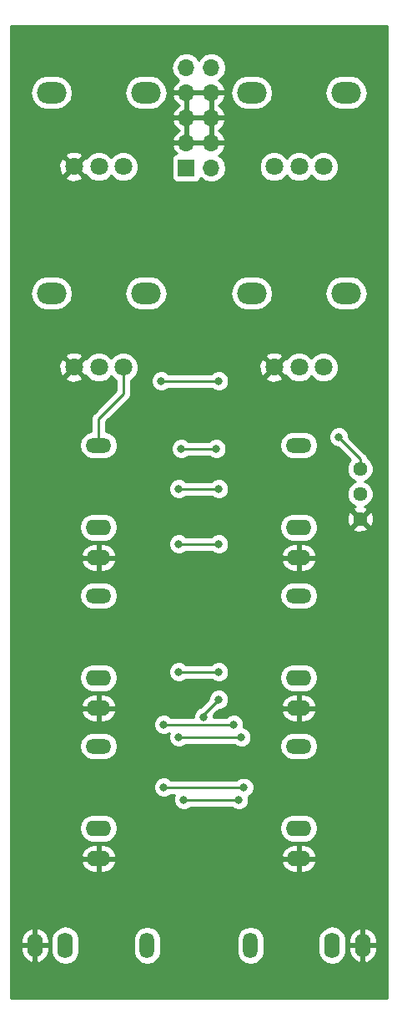
<source format=gbr>
G04 #@! TF.GenerationSoftware,KiCad,Pcbnew,(5.0.1-3-g963ef8bb5)*
G04 #@! TF.CreationDate,2018-11-04T18:49:05+08:00*
G04 #@! TF.ProjectId,SteinerVCF,537465696E65725643462E6B69636164,rev?*
G04 #@! TF.SameCoordinates,PX8d9ee20PY6422c40*
G04 #@! TF.FileFunction,Copper,L1,Top,Signal*
G04 #@! TF.FilePolarity,Positive*
%FSLAX46Y46*%
G04 Gerber Fmt 4.6, Leading zero omitted, Abs format (unit mm)*
G04 Created by KiCad (PCBNEW (5.0.1-3-g963ef8bb5)) date 2018 November 04, Sunday 18:49:05*
%MOMM*%
%LPD*%
G01*
G04 APERTURE LIST*
G04 #@! TA.AperFunction,ComponentPad*
%ADD10R,1.700000X1.700000*%
G04 #@! TD*
G04 #@! TA.AperFunction,ComponentPad*
%ADD11O,1.700000X1.700000*%
G04 #@! TD*
G04 #@! TA.AperFunction,WasherPad*
%ADD12O,3.000000X2.200000*%
G04 #@! TD*
G04 #@! TA.AperFunction,ComponentPad*
%ADD13C,1.800000*%
G04 #@! TD*
G04 #@! TA.AperFunction,ComponentPad*
%ADD14O,2.600000X1.500000*%
G04 #@! TD*
G04 #@! TA.AperFunction,ComponentPad*
%ADD15O,2.400000X1.600000*%
G04 #@! TD*
G04 #@! TA.AperFunction,ComponentPad*
%ADD16O,2.600000X1.600000*%
G04 #@! TD*
G04 #@! TA.AperFunction,ComponentPad*
%ADD17O,1.600000X2.600000*%
G04 #@! TD*
G04 #@! TA.AperFunction,ComponentPad*
%ADD18O,1.600000X2.400000*%
G04 #@! TD*
G04 #@! TA.AperFunction,ComponentPad*
%ADD19O,1.500000X2.600000*%
G04 #@! TD*
G04 #@! TA.AperFunction,ComponentPad*
%ADD20C,1.440000*%
G04 #@! TD*
G04 #@! TA.AperFunction,ViaPad*
%ADD21C,0.800000*%
G04 #@! TD*
G04 #@! TA.AperFunction,Conductor*
%ADD22C,0.250000*%
G04 #@! TD*
G04 #@! TA.AperFunction,Conductor*
%ADD23C,0.254000*%
G04 #@! TD*
G04 APERTURE END LIST*
D10*
G04 #@! TO.P,J7,1*
G04 #@! TO.N,-12V*
X-1270000Y33020000D03*
D11*
G04 #@! TO.P,J7,2*
X1270000Y33020000D03*
G04 #@! TO.P,J7,3*
G04 #@! TO.N,GND*
X-1270000Y35560000D03*
G04 #@! TO.P,J7,4*
X1270000Y35560000D03*
G04 #@! TO.P,J7,5*
X-1270000Y38100000D03*
G04 #@! TO.P,J7,6*
X1270000Y38100000D03*
G04 #@! TO.P,J7,7*
X-1270000Y40640000D03*
G04 #@! TO.P,J7,8*
X1270000Y40640000D03*
G04 #@! TO.P,J7,9*
G04 #@! TO.N,+12V*
X-1270000Y43180000D03*
G04 #@! TO.P,J7,10*
X1270000Y43180000D03*
G04 #@! TD*
D12*
G04 #@! TO.P,RV1,*
G04 #@! TO.N,*
X-5360000Y40640000D03*
D13*
G04 #@! TO.P,RV1,3*
G04 #@! TO.N,GND*
X-12660000Y33139990D03*
G04 #@! TO.P,RV1,2*
G04 #@! TO.N,/CutOff*
X-10120000Y33139990D03*
G04 #@! TO.P,RV1,1*
G04 #@! TO.N,Net-(R1-Pad1)*
X-7660000Y33139990D03*
D12*
G04 #@! TO.P,RV1,*
G04 #@! TO.N,*
X-14960000Y40640000D03*
G04 #@! TD*
G04 #@! TO.P,RV2,*
G04 #@! TO.N,*
X-14960000Y20320000D03*
D13*
G04 #@! TO.P,RV2,1*
G04 #@! TO.N,/CV1*
X-7660000Y12819990D03*
G04 #@! TO.P,RV2,2*
G04 #@! TO.N,Net-(R2-Pad1)*
X-10120000Y12819990D03*
G04 #@! TO.P,RV2,3*
G04 #@! TO.N,GND*
X-12660000Y12819990D03*
D12*
G04 #@! TO.P,RV2,*
G04 #@! TO.N,*
X-5360000Y20320000D03*
G04 #@! TD*
G04 #@! TO.P,RV3,*
G04 #@! TO.N,*
X14960000Y20320000D03*
D13*
G04 #@! TO.P,RV3,3*
G04 #@! TO.N,GND*
X7660000Y12819990D03*
G04 #@! TO.P,RV3,2*
G04 #@! TO.N,Net-(R3-Pad1)*
X10200000Y12819990D03*
G04 #@! TO.P,RV3,1*
G04 #@! TO.N,/CV2*
X12660000Y12819990D03*
D12*
G04 #@! TO.P,RV3,*
G04 #@! TO.N,*
X5360000Y20320000D03*
G04 #@! TD*
G04 #@! TO.P,RV5,*
G04 #@! TO.N,*
X5360000Y40640000D03*
D13*
G04 #@! TO.P,RV5,1*
G04 #@! TO.N,/Resonance*
X12660000Y33139990D03*
G04 #@! TO.P,RV5,2*
X10200000Y33139990D03*
G04 #@! TO.P,RV5,3*
G04 #@! TO.N,Net-(R17-Pad1)*
X7660000Y33139990D03*
D12*
G04 #@! TO.P,RV5,*
G04 #@! TO.N,*
X14960000Y40640000D03*
G04 #@! TD*
D14*
G04 #@! TO.P,J1,T*
G04 #@! TO.N,LoopIn*
X10160000Y-10320000D03*
D15*
G04 #@! TO.P,J1,S*
G04 #@! TO.N,GND*
X10160000Y-21720000D03*
D16*
G04 #@! TO.P,J1,TN*
G04 #@! TO.N,LoopOut*
X10160000Y-18620000D03*
G04 #@! TD*
D17*
G04 #@! TO.P,J2,TN*
G04 #@! TO.N,Net-(J2-PadTN)*
X-13540000Y-45720000D03*
D18*
G04 #@! TO.P,J2,S*
G04 #@! TO.N,GND*
X-16640000Y-45720000D03*
D19*
G04 #@! TO.P,J2,T*
G04 #@! TO.N,/LP*
X-5240000Y-45720000D03*
G04 #@! TD*
D14*
G04 #@! TO.P,J3,T*
G04 #@! TO.N,/BP*
X-10160000Y-25560000D03*
D15*
G04 #@! TO.P,J3,S*
G04 #@! TO.N,GND*
X-10160000Y-36960000D03*
D16*
G04 #@! TO.P,J3,TN*
G04 #@! TO.N,Net-(J3-PadTN)*
X-10160000Y-33860000D03*
G04 #@! TD*
G04 #@! TO.P,J4,TN*
G04 #@! TO.N,Net-(J4-PadTN)*
X-10160000Y-18620000D03*
D15*
G04 #@! TO.P,J4,S*
G04 #@! TO.N,GND*
X-10160000Y-21720000D03*
D14*
G04 #@! TO.P,J4,T*
G04 #@! TO.N,/HP*
X-10160000Y-10320000D03*
G04 #@! TD*
G04 #@! TO.P,J5,T*
G04 #@! TO.N,/CV1*
X-10160000Y4920000D03*
D15*
G04 #@! TO.P,J5,S*
G04 #@! TO.N,GND*
X-10160000Y-6480000D03*
D16*
G04 #@! TO.P,J5,TN*
G04 #@! TO.N,Net-(J5-PadTN)*
X-10160000Y-3380000D03*
G04 #@! TD*
G04 #@! TO.P,J6,TN*
G04 #@! TO.N,Net-(J6-PadTN)*
X10160000Y-3380000D03*
D15*
G04 #@! TO.P,J6,S*
G04 #@! TO.N,GND*
X10160000Y-6480000D03*
D14*
G04 #@! TO.P,J6,T*
G04 #@! TO.N,/CV2*
X10160000Y4920000D03*
G04 #@! TD*
G04 #@! TO.P,J9,T*
G04 #@! TO.N,LoopOut*
X10160000Y-25560000D03*
D15*
G04 #@! TO.P,J9,S*
G04 #@! TO.N,GND*
X10160000Y-36960000D03*
D16*
G04 #@! TO.P,J9,TN*
G04 #@! TO.N,Net-(J9-PadTN)*
X10160000Y-33860000D03*
G04 #@! TD*
D17*
G04 #@! TO.P,J8,TN*
G04 #@! TO.N,Net-(J8-PadTN)*
X13540000Y-45720000D03*
D18*
G04 #@! TO.P,J8,S*
G04 #@! TO.N,GND*
X16640000Y-45720000D03*
D19*
G04 #@! TO.P,J8,T*
G04 #@! TO.N,Net-(J8-PadT)*
X5240000Y-45720000D03*
G04 #@! TD*
D20*
G04 #@! TO.P,RV4,1*
G04 #@! TO.N,Net-(R9-Pad2)*
X16383000Y2540000D03*
G04 #@! TO.P,RV4,2*
X16383000Y0D03*
G04 #@! TO.P,RV4,3*
G04 #@! TO.N,GND*
X16383000Y-2540000D03*
G04 #@! TD*
D21*
G04 #@! TO.N,Net-(C1-Pad1)*
X2032000Y11430000D03*
X-3810000Y11430000D03*
G04 #@! TO.N,LoopOut*
X-2032000Y-24638000D03*
X4318000Y-24638000D03*
G04 #@! TO.N,Net-(C2-Pad1)*
X2032000Y-5080000D03*
X-2032000Y-5080000D03*
X4576653Y-29722653D03*
X-3556000Y-29718000D03*
G04 #@! TO.N,Net-(C8-Pad1)*
X4064000Y-30988000D03*
X-1524000Y-30988000D03*
G04 #@! TO.N,Net-(Q1-Pad2)*
X1778000Y4572000D03*
X-1778000Y4572000D03*
G04 #@! TO.N,Net-(C3-Pad1)*
X3556000Y-23368000D03*
X-3556000Y-23368000D03*
G04 #@! TO.N,Net-(R9-Pad2)*
X14224000Y5765800D03*
G04 #@! TO.N,Net-(Q1-Pad1)*
X2032000Y508000D03*
X-2032000Y508000D03*
G04 #@! TO.N,Net-(C5-Pad1)*
X2032000Y-18034000D03*
X-2032000Y-18034000D03*
X2032000Y-20828000D03*
X508000Y-22606000D03*
G04 #@! TO.N,GND*
X10160000Y36753800D03*
X-7772400Y43383200D03*
X7645400Y10236200D03*
X2235200Y7543800D03*
X-4546600Y-19761200D03*
X9423400Y-29819600D03*
X-9906000Y1117600D03*
X7035800Y3175000D03*
X-12268200Y-28600400D03*
X76200Y-37947600D03*
X-15189200Y-40538400D03*
X-6756400Y-32486600D03*
X-5511800Y12420600D03*
X11684000Y17780000D03*
X8636000Y17780000D03*
X-6096000Y29972000D03*
X-13716000Y29972000D03*
G04 #@! TD*
D22*
G04 #@! TO.N,Net-(C1-Pad1)*
X2032000Y11430000D02*
X-3810000Y11430000D01*
G04 #@! TO.N,LoopOut*
X3810000Y-24638000D02*
X-2032000Y-24638000D01*
X4318000Y-24638000D02*
X3810000Y-24638000D01*
G04 #@! TO.N,Net-(C2-Pad1)*
X2032000Y-5080000D02*
X-2032000Y-5080000D01*
X-2281347Y-29722653D02*
X4576653Y-29722653D01*
X-3556000Y-29718000D02*
X-2281347Y-29722653D01*
G04 #@! TO.N,Net-(C8-Pad1)*
X4064000Y-30988000D02*
X-1524000Y-30988000D01*
G04 #@! TO.N,Net-(Q1-Pad2)*
X1778000Y4572000D02*
X-1778000Y4572000D01*
G04 #@! TO.N,Net-(C3-Pad1)*
X3556000Y-23368000D02*
X-3556000Y-23368000D01*
G04 #@! TO.N,Net-(R9-Pad2)*
X16383000Y2540000D02*
X16764000Y2540000D01*
X16383000Y3556000D02*
X16383000Y2540000D01*
X14224000Y5715000D02*
X16383000Y3556000D01*
X14224000Y5765800D02*
X14224000Y5715000D01*
G04 #@! TO.N,Net-(Q1-Pad1)*
X2032000Y508000D02*
X-2032000Y508000D01*
G04 #@! TO.N,/CV1*
X-7660000Y10120000D02*
X-10160000Y7620000D01*
X-10160000Y7620000D02*
X-10160000Y4920000D01*
X-7660000Y12819990D02*
X-7660000Y10120000D01*
G04 #@! TO.N,Net-(C5-Pad1)*
X2032000Y-18034000D02*
X-2032000Y-18034000D01*
X508000Y-22352000D02*
X2032000Y-20828000D01*
X508000Y-22606000D02*
X508000Y-22352000D01*
G04 #@! TD*
D23*
G04 #@! TO.N,GND*
G36*
X19086100Y-51108234D02*
X-19083900Y-51108234D01*
X-19083900Y-45847000D01*
X-18075000Y-45847000D01*
X-18075000Y-46247000D01*
X-17917166Y-46786483D01*
X-17564896Y-47224500D01*
X-17071819Y-47494367D01*
X-16989039Y-47511904D01*
X-16767000Y-47389915D01*
X-16767000Y-45847000D01*
X-16513000Y-45847000D01*
X-16513000Y-47389915D01*
X-16290961Y-47511904D01*
X-16208181Y-47494367D01*
X-15715104Y-47224500D01*
X-15362834Y-46786483D01*
X-15205000Y-46247000D01*
X-15205000Y-45847000D01*
X-16513000Y-45847000D01*
X-16767000Y-45847000D01*
X-18075000Y-45847000D01*
X-19083900Y-45847000D01*
X-19083900Y-45193000D01*
X-18075000Y-45193000D01*
X-18075000Y-45593000D01*
X-16767000Y-45593000D01*
X-16767000Y-44050085D01*
X-16513000Y-44050085D01*
X-16513000Y-45593000D01*
X-15205000Y-45593000D01*
X-15205000Y-45193000D01*
X-15238449Y-45078667D01*
X-14975000Y-45078667D01*
X-14975000Y-46361332D01*
X-14891740Y-46779908D01*
X-14574577Y-47254576D01*
X-14099909Y-47571740D01*
X-13540000Y-47683113D01*
X-12980092Y-47571740D01*
X-12505424Y-47254577D01*
X-12188260Y-46779909D01*
X-12105000Y-46361333D01*
X-12105000Y-45078667D01*
X-12113965Y-45033593D01*
X-6625000Y-45033593D01*
X-6625000Y-46406406D01*
X-6544641Y-46810399D01*
X-6238529Y-47268528D01*
X-5780400Y-47574641D01*
X-5240000Y-47682133D01*
X-4699601Y-47574641D01*
X-4241472Y-47268529D01*
X-3935359Y-46810400D01*
X-3855000Y-46406407D01*
X-3855000Y-45033594D01*
X3855000Y-45033594D01*
X3855000Y-46406407D01*
X3935359Y-46810400D01*
X4241472Y-47268529D01*
X4699601Y-47574641D01*
X5240000Y-47682133D01*
X5780400Y-47574641D01*
X6238529Y-47268529D01*
X6544641Y-46810400D01*
X6625000Y-46406407D01*
X6625000Y-45078668D01*
X12105000Y-45078668D01*
X12105000Y-46361333D01*
X12188260Y-46779909D01*
X12505424Y-47254577D01*
X12980092Y-47571740D01*
X13540000Y-47683113D01*
X14099909Y-47571740D01*
X14574577Y-47254577D01*
X14891740Y-46779909D01*
X14975000Y-46361333D01*
X14975000Y-45847000D01*
X15205000Y-45847000D01*
X15205000Y-46247000D01*
X15362834Y-46786483D01*
X15715104Y-47224500D01*
X16208181Y-47494367D01*
X16290961Y-47511904D01*
X16513000Y-47389915D01*
X16513000Y-45847000D01*
X16767000Y-45847000D01*
X16767000Y-47389915D01*
X16989039Y-47511904D01*
X17071819Y-47494367D01*
X17564896Y-47224500D01*
X17917166Y-46786483D01*
X18075000Y-46247000D01*
X18075000Y-45847000D01*
X16767000Y-45847000D01*
X16513000Y-45847000D01*
X15205000Y-45847000D01*
X14975000Y-45847000D01*
X14975000Y-45193000D01*
X15205000Y-45193000D01*
X15205000Y-45593000D01*
X16513000Y-45593000D01*
X16513000Y-44050085D01*
X16767000Y-44050085D01*
X16767000Y-45593000D01*
X18075000Y-45593000D01*
X18075000Y-45193000D01*
X17917166Y-44653517D01*
X17564896Y-44215500D01*
X17071819Y-43945633D01*
X16989039Y-43928096D01*
X16767000Y-44050085D01*
X16513000Y-44050085D01*
X16290961Y-43928096D01*
X16208181Y-43945633D01*
X15715104Y-44215500D01*
X15362834Y-44653517D01*
X15205000Y-45193000D01*
X14975000Y-45193000D01*
X14975000Y-45078667D01*
X14891740Y-44660091D01*
X14574576Y-44185423D01*
X14099908Y-43868260D01*
X13540000Y-43756887D01*
X12980091Y-43868260D01*
X12505423Y-44185424D01*
X12188260Y-44660092D01*
X12105000Y-45078668D01*
X6625000Y-45078668D01*
X6625000Y-45033593D01*
X6544641Y-44629600D01*
X6238528Y-44171471D01*
X5780399Y-43865359D01*
X5240000Y-43757867D01*
X4699600Y-43865359D01*
X4241471Y-44171472D01*
X3935359Y-44629601D01*
X3855000Y-45033594D01*
X-3855000Y-45033594D01*
X-3855000Y-45033593D01*
X-3935359Y-44629600D01*
X-4241471Y-44171471D01*
X-4699600Y-43865359D01*
X-5240000Y-43757867D01*
X-5780399Y-43865359D01*
X-6238528Y-44171471D01*
X-6544641Y-44629600D01*
X-6625000Y-45033593D01*
X-12113965Y-45033593D01*
X-12188260Y-44660091D01*
X-12505423Y-44185423D01*
X-12980091Y-43868260D01*
X-13540000Y-43756887D01*
X-14099908Y-43868260D01*
X-14574576Y-44185423D01*
X-14891740Y-44660091D01*
X-14975000Y-45078667D01*
X-15238449Y-45078667D01*
X-15362834Y-44653517D01*
X-15715104Y-44215500D01*
X-16208181Y-43945633D01*
X-16290961Y-43928096D01*
X-16513000Y-44050085D01*
X-16767000Y-44050085D01*
X-16989039Y-43928096D01*
X-17071819Y-43945633D01*
X-17564896Y-44215500D01*
X-17917166Y-44653517D01*
X-18075000Y-45193000D01*
X-19083900Y-45193000D01*
X-19083900Y-37309039D01*
X-11951904Y-37309039D01*
X-11934367Y-37391819D01*
X-11664500Y-37884896D01*
X-11226483Y-38237166D01*
X-10687000Y-38395000D01*
X-10287000Y-38395000D01*
X-10287000Y-37087000D01*
X-10033000Y-37087000D01*
X-10033000Y-38395000D01*
X-9633000Y-38395000D01*
X-9093517Y-38237166D01*
X-8655500Y-37884896D01*
X-8385633Y-37391819D01*
X-8368096Y-37309039D01*
X8368096Y-37309039D01*
X8385633Y-37391819D01*
X8655500Y-37884896D01*
X9093517Y-38237166D01*
X9633000Y-38395000D01*
X10033000Y-38395000D01*
X10033000Y-37087000D01*
X10287000Y-37087000D01*
X10287000Y-38395000D01*
X10687000Y-38395000D01*
X11226483Y-38237166D01*
X11664500Y-37884896D01*
X11934367Y-37391819D01*
X11951904Y-37309039D01*
X11829915Y-37087000D01*
X10287000Y-37087000D01*
X10033000Y-37087000D01*
X8490085Y-37087000D01*
X8368096Y-37309039D01*
X-8368096Y-37309039D01*
X-8490085Y-37087000D01*
X-10033000Y-37087000D01*
X-10287000Y-37087000D01*
X-11829915Y-37087000D01*
X-11951904Y-37309039D01*
X-19083900Y-37309039D01*
X-19083900Y-36610961D01*
X-11951904Y-36610961D01*
X-11829915Y-36833000D01*
X-10287000Y-36833000D01*
X-10287000Y-35525000D01*
X-10033000Y-35525000D01*
X-10033000Y-36833000D01*
X-8490085Y-36833000D01*
X-8368096Y-36610961D01*
X8368096Y-36610961D01*
X8490085Y-36833000D01*
X10033000Y-36833000D01*
X10033000Y-35525000D01*
X10287000Y-35525000D01*
X10287000Y-36833000D01*
X11829915Y-36833000D01*
X11951904Y-36610961D01*
X11934367Y-36528181D01*
X11664500Y-36035104D01*
X11226483Y-35682834D01*
X10687000Y-35525000D01*
X10287000Y-35525000D01*
X10033000Y-35525000D01*
X9633000Y-35525000D01*
X9093517Y-35682834D01*
X8655500Y-36035104D01*
X8385633Y-36528181D01*
X8368096Y-36610961D01*
X-8368096Y-36610961D01*
X-8385633Y-36528181D01*
X-8655500Y-36035104D01*
X-9093517Y-35682834D01*
X-9633000Y-35525000D01*
X-10033000Y-35525000D01*
X-10287000Y-35525000D01*
X-10687000Y-35525000D01*
X-11226483Y-35682834D01*
X-11664500Y-36035104D01*
X-11934367Y-36528181D01*
X-11951904Y-36610961D01*
X-19083900Y-36610961D01*
X-19083900Y-33860000D01*
X-12123113Y-33860000D01*
X-12011740Y-34419909D01*
X-11694577Y-34894577D01*
X-11219909Y-35211740D01*
X-10801333Y-35295000D01*
X-9518667Y-35295000D01*
X-9100091Y-35211740D01*
X-8625423Y-34894577D01*
X-8308260Y-34419909D01*
X-8196887Y-33860000D01*
X8196887Y-33860000D01*
X8308260Y-34419909D01*
X8625423Y-34894577D01*
X9100091Y-35211740D01*
X9518667Y-35295000D01*
X10801333Y-35295000D01*
X11219909Y-35211740D01*
X11694577Y-34894577D01*
X12011740Y-34419909D01*
X12123113Y-33860000D01*
X12011740Y-33300091D01*
X11694577Y-32825423D01*
X11219909Y-32508260D01*
X10801333Y-32425000D01*
X9518667Y-32425000D01*
X9100091Y-32508260D01*
X8625423Y-32825423D01*
X8308260Y-33300091D01*
X8196887Y-33860000D01*
X-8196887Y-33860000D01*
X-8308260Y-33300091D01*
X-8625423Y-32825423D01*
X-9100091Y-32508260D01*
X-9518667Y-32425000D01*
X-10801333Y-32425000D01*
X-11219909Y-32508260D01*
X-11694577Y-32825423D01*
X-12011740Y-33300091D01*
X-12123113Y-33860000D01*
X-19083900Y-33860000D01*
X-19083900Y-29512126D01*
X-4591000Y-29512126D01*
X-4591000Y-29923874D01*
X-4433431Y-30304280D01*
X-4142280Y-30595431D01*
X-3761874Y-30753000D01*
X-3350126Y-30753000D01*
X-2969720Y-30595431D01*
X-2854853Y-30480564D01*
X-2434725Y-30482098D01*
X-2559000Y-30782126D01*
X-2559000Y-31193874D01*
X-2401431Y-31574280D01*
X-2110280Y-31865431D01*
X-1729874Y-32023000D01*
X-1318126Y-32023000D01*
X-937720Y-31865431D01*
X-820289Y-31748000D01*
X3360289Y-31748000D01*
X3477720Y-31865431D01*
X3858126Y-32023000D01*
X4269874Y-32023000D01*
X4650280Y-31865431D01*
X4941431Y-31574280D01*
X5099000Y-31193874D01*
X5099000Y-30782126D01*
X5044001Y-30649347D01*
X5162933Y-30600084D01*
X5454084Y-30308933D01*
X5611653Y-29928527D01*
X5611653Y-29516779D01*
X5454084Y-29136373D01*
X5162933Y-28845222D01*
X4782527Y-28687653D01*
X4370779Y-28687653D01*
X3990373Y-28845222D01*
X3872942Y-28962653D01*
X-2280144Y-28962653D01*
X-2849715Y-28960574D01*
X-2969720Y-28840569D01*
X-3350126Y-28683000D01*
X-3761874Y-28683000D01*
X-4142280Y-28840569D01*
X-4433431Y-29131720D01*
X-4591000Y-29512126D01*
X-19083900Y-29512126D01*
X-19083900Y-25560000D01*
X-12122133Y-25560000D01*
X-12014641Y-26100400D01*
X-11708529Y-26558529D01*
X-11250400Y-26864641D01*
X-10846407Y-26945000D01*
X-9473593Y-26945000D01*
X-9069600Y-26864641D01*
X-8611471Y-26558529D01*
X-8305359Y-26100400D01*
X-8197867Y-25560000D01*
X-8305359Y-25019600D01*
X-8611471Y-24561471D01*
X-9069600Y-24255359D01*
X-9473593Y-24175000D01*
X-10846407Y-24175000D01*
X-11250400Y-24255359D01*
X-11708529Y-24561471D01*
X-12014641Y-25019600D01*
X-12122133Y-25560000D01*
X-19083900Y-25560000D01*
X-19083900Y-23162126D01*
X-4591000Y-23162126D01*
X-4591000Y-23573874D01*
X-4433431Y-23954280D01*
X-4142280Y-24245431D01*
X-3761874Y-24403000D01*
X-3350126Y-24403000D01*
X-2993800Y-24255405D01*
X-3067000Y-24432126D01*
X-3067000Y-24843874D01*
X-2909431Y-25224280D01*
X-2618280Y-25515431D01*
X-2237874Y-25673000D01*
X-1826126Y-25673000D01*
X-1445720Y-25515431D01*
X-1328289Y-25398000D01*
X3614289Y-25398000D01*
X3731720Y-25515431D01*
X4112126Y-25673000D01*
X4523874Y-25673000D01*
X4796680Y-25560000D01*
X8197867Y-25560000D01*
X8305359Y-26100400D01*
X8611471Y-26558529D01*
X9069600Y-26864641D01*
X9473593Y-26945000D01*
X10846407Y-26945000D01*
X11250400Y-26864641D01*
X11708529Y-26558529D01*
X12014641Y-26100400D01*
X12122133Y-25560000D01*
X12014641Y-25019600D01*
X11708529Y-24561471D01*
X11250400Y-24255359D01*
X10846407Y-24175000D01*
X9473593Y-24175000D01*
X9069600Y-24255359D01*
X8611471Y-24561471D01*
X8305359Y-25019600D01*
X8197867Y-25560000D01*
X4796680Y-25560000D01*
X4904280Y-25515431D01*
X5195431Y-25224280D01*
X5353000Y-24843874D01*
X5353000Y-24432126D01*
X5195431Y-24051720D01*
X4904280Y-23760569D01*
X4570872Y-23622467D01*
X4591000Y-23573874D01*
X4591000Y-23162126D01*
X4433431Y-22781720D01*
X4142280Y-22490569D01*
X3761874Y-22333000D01*
X3350126Y-22333000D01*
X2969720Y-22490569D01*
X2852289Y-22608000D01*
X1543000Y-22608000D01*
X1543000Y-22400126D01*
X1540562Y-22394240D01*
X1865763Y-22069039D01*
X8368096Y-22069039D01*
X8385633Y-22151819D01*
X8655500Y-22644896D01*
X9093517Y-22997166D01*
X9633000Y-23155000D01*
X10033000Y-23155000D01*
X10033000Y-21847000D01*
X10287000Y-21847000D01*
X10287000Y-23155000D01*
X10687000Y-23155000D01*
X11226483Y-22997166D01*
X11664500Y-22644896D01*
X11934367Y-22151819D01*
X11951904Y-22069039D01*
X11829915Y-21847000D01*
X10287000Y-21847000D01*
X10033000Y-21847000D01*
X8490085Y-21847000D01*
X8368096Y-22069039D01*
X1865763Y-22069039D01*
X2071802Y-21863000D01*
X2237874Y-21863000D01*
X2618280Y-21705431D01*
X2909431Y-21414280D01*
X2927374Y-21370961D01*
X8368096Y-21370961D01*
X8490085Y-21593000D01*
X10033000Y-21593000D01*
X10033000Y-20285000D01*
X10287000Y-20285000D01*
X10287000Y-21593000D01*
X11829915Y-21593000D01*
X11951904Y-21370961D01*
X11934367Y-21288181D01*
X11664500Y-20795104D01*
X11226483Y-20442834D01*
X10687000Y-20285000D01*
X10287000Y-20285000D01*
X10033000Y-20285000D01*
X9633000Y-20285000D01*
X9093517Y-20442834D01*
X8655500Y-20795104D01*
X8385633Y-21288181D01*
X8368096Y-21370961D01*
X2927374Y-21370961D01*
X3067000Y-21033874D01*
X3067000Y-20622126D01*
X2909431Y-20241720D01*
X2618280Y-19950569D01*
X2237874Y-19793000D01*
X1826126Y-19793000D01*
X1445720Y-19950569D01*
X1154569Y-20241720D01*
X997000Y-20622126D01*
X997000Y-20788198D01*
X152025Y-21633174D01*
X-78280Y-21728569D01*
X-369431Y-22019720D01*
X-527000Y-22400126D01*
X-527000Y-22608000D01*
X-2852289Y-22608000D01*
X-2969720Y-22490569D01*
X-3350126Y-22333000D01*
X-3761874Y-22333000D01*
X-4142280Y-22490569D01*
X-4433431Y-22781720D01*
X-4591000Y-23162126D01*
X-19083900Y-23162126D01*
X-19083900Y-22069039D01*
X-11951904Y-22069039D01*
X-11934367Y-22151819D01*
X-11664500Y-22644896D01*
X-11226483Y-22997166D01*
X-10687000Y-23155000D01*
X-10287000Y-23155000D01*
X-10287000Y-21847000D01*
X-10033000Y-21847000D01*
X-10033000Y-23155000D01*
X-9633000Y-23155000D01*
X-9093517Y-22997166D01*
X-8655500Y-22644896D01*
X-8385633Y-22151819D01*
X-8368096Y-22069039D01*
X-8490085Y-21847000D01*
X-10033000Y-21847000D01*
X-10287000Y-21847000D01*
X-11829915Y-21847000D01*
X-11951904Y-22069039D01*
X-19083900Y-22069039D01*
X-19083900Y-21370961D01*
X-11951904Y-21370961D01*
X-11829915Y-21593000D01*
X-10287000Y-21593000D01*
X-10287000Y-20285000D01*
X-10033000Y-20285000D01*
X-10033000Y-21593000D01*
X-8490085Y-21593000D01*
X-8368096Y-21370961D01*
X-8385633Y-21288181D01*
X-8655500Y-20795104D01*
X-9093517Y-20442834D01*
X-9633000Y-20285000D01*
X-10033000Y-20285000D01*
X-10287000Y-20285000D01*
X-10687000Y-20285000D01*
X-11226483Y-20442834D01*
X-11664500Y-20795104D01*
X-11934367Y-21288181D01*
X-11951904Y-21370961D01*
X-19083900Y-21370961D01*
X-19083900Y-18620000D01*
X-12123113Y-18620000D01*
X-12011740Y-19179909D01*
X-11694577Y-19654577D01*
X-11219909Y-19971740D01*
X-10801333Y-20055000D01*
X-9518667Y-20055000D01*
X-9100091Y-19971740D01*
X-8625423Y-19654577D01*
X-8308260Y-19179909D01*
X-8196887Y-18620000D01*
X-8308260Y-18060091D01*
X-8463254Y-17828126D01*
X-3067000Y-17828126D01*
X-3067000Y-18239874D01*
X-2909431Y-18620280D01*
X-2618280Y-18911431D01*
X-2237874Y-19069000D01*
X-1826126Y-19069000D01*
X-1445720Y-18911431D01*
X-1328289Y-18794000D01*
X1328289Y-18794000D01*
X1445720Y-18911431D01*
X1826126Y-19069000D01*
X2237874Y-19069000D01*
X2618280Y-18911431D01*
X2909431Y-18620280D01*
X2909546Y-18620000D01*
X8196887Y-18620000D01*
X8308260Y-19179909D01*
X8625423Y-19654577D01*
X9100091Y-19971740D01*
X9518667Y-20055000D01*
X10801333Y-20055000D01*
X11219909Y-19971740D01*
X11694577Y-19654577D01*
X12011740Y-19179909D01*
X12123113Y-18620000D01*
X12011740Y-18060091D01*
X11694577Y-17585423D01*
X11219909Y-17268260D01*
X10801333Y-17185000D01*
X9518667Y-17185000D01*
X9100091Y-17268260D01*
X8625423Y-17585423D01*
X8308260Y-18060091D01*
X8196887Y-18620000D01*
X2909546Y-18620000D01*
X3067000Y-18239874D01*
X3067000Y-17828126D01*
X2909431Y-17447720D01*
X2618280Y-17156569D01*
X2237874Y-16999000D01*
X1826126Y-16999000D01*
X1445720Y-17156569D01*
X1328289Y-17274000D01*
X-1328289Y-17274000D01*
X-1445720Y-17156569D01*
X-1826126Y-16999000D01*
X-2237874Y-16999000D01*
X-2618280Y-17156569D01*
X-2909431Y-17447720D01*
X-3067000Y-17828126D01*
X-8463254Y-17828126D01*
X-8625423Y-17585423D01*
X-9100091Y-17268260D01*
X-9518667Y-17185000D01*
X-10801333Y-17185000D01*
X-11219909Y-17268260D01*
X-11694577Y-17585423D01*
X-12011740Y-18060091D01*
X-12123113Y-18620000D01*
X-19083900Y-18620000D01*
X-19083900Y-10320000D01*
X-12122133Y-10320000D01*
X-12014641Y-10860400D01*
X-11708529Y-11318529D01*
X-11250400Y-11624641D01*
X-10846407Y-11705000D01*
X-9473593Y-11705000D01*
X-9069600Y-11624641D01*
X-8611471Y-11318529D01*
X-8305359Y-10860400D01*
X-8197867Y-10320000D01*
X8197867Y-10320000D01*
X8305359Y-10860400D01*
X8611471Y-11318529D01*
X9069600Y-11624641D01*
X9473593Y-11705000D01*
X10846407Y-11705000D01*
X11250400Y-11624641D01*
X11708529Y-11318529D01*
X12014641Y-10860400D01*
X12122133Y-10320000D01*
X12014641Y-9779600D01*
X11708529Y-9321471D01*
X11250400Y-9015359D01*
X10846407Y-8935000D01*
X9473593Y-8935000D01*
X9069600Y-9015359D01*
X8611471Y-9321471D01*
X8305359Y-9779600D01*
X8197867Y-10320000D01*
X-8197867Y-10320000D01*
X-8305359Y-9779600D01*
X-8611471Y-9321471D01*
X-9069600Y-9015359D01*
X-9473593Y-8935000D01*
X-10846407Y-8935000D01*
X-11250400Y-9015359D01*
X-11708529Y-9321471D01*
X-12014641Y-9779600D01*
X-12122133Y-10320000D01*
X-19083900Y-10320000D01*
X-19083900Y-6829039D01*
X-11951904Y-6829039D01*
X-11934367Y-6911819D01*
X-11664500Y-7404896D01*
X-11226483Y-7757166D01*
X-10687000Y-7915000D01*
X-10287000Y-7915000D01*
X-10287000Y-6607000D01*
X-10033000Y-6607000D01*
X-10033000Y-7915000D01*
X-9633000Y-7915000D01*
X-9093517Y-7757166D01*
X-8655500Y-7404896D01*
X-8385633Y-6911819D01*
X-8368096Y-6829039D01*
X8368096Y-6829039D01*
X8385633Y-6911819D01*
X8655500Y-7404896D01*
X9093517Y-7757166D01*
X9633000Y-7915000D01*
X10033000Y-7915000D01*
X10033000Y-6607000D01*
X10287000Y-6607000D01*
X10287000Y-7915000D01*
X10687000Y-7915000D01*
X11226483Y-7757166D01*
X11664500Y-7404896D01*
X11934367Y-6911819D01*
X11951904Y-6829039D01*
X11829915Y-6607000D01*
X10287000Y-6607000D01*
X10033000Y-6607000D01*
X8490085Y-6607000D01*
X8368096Y-6829039D01*
X-8368096Y-6829039D01*
X-8490085Y-6607000D01*
X-10033000Y-6607000D01*
X-10287000Y-6607000D01*
X-11829915Y-6607000D01*
X-11951904Y-6829039D01*
X-19083900Y-6829039D01*
X-19083900Y-6130961D01*
X-11951904Y-6130961D01*
X-11829915Y-6353000D01*
X-10287000Y-6353000D01*
X-10287000Y-5045000D01*
X-10033000Y-5045000D01*
X-10033000Y-6353000D01*
X-8490085Y-6353000D01*
X-8368096Y-6130961D01*
X8368096Y-6130961D01*
X8490085Y-6353000D01*
X10033000Y-6353000D01*
X10033000Y-5045000D01*
X10287000Y-5045000D01*
X10287000Y-6353000D01*
X11829915Y-6353000D01*
X11951904Y-6130961D01*
X11934367Y-6048181D01*
X11664500Y-5555104D01*
X11226483Y-5202834D01*
X10687000Y-5045000D01*
X10287000Y-5045000D01*
X10033000Y-5045000D01*
X9633000Y-5045000D01*
X9093517Y-5202834D01*
X8655500Y-5555104D01*
X8385633Y-6048181D01*
X8368096Y-6130961D01*
X-8368096Y-6130961D01*
X-8385633Y-6048181D01*
X-8655500Y-5555104D01*
X-9093517Y-5202834D01*
X-9633000Y-5045000D01*
X-10033000Y-5045000D01*
X-10287000Y-5045000D01*
X-10687000Y-5045000D01*
X-11226483Y-5202834D01*
X-11664500Y-5555104D01*
X-11934367Y-6048181D01*
X-11951904Y-6130961D01*
X-19083900Y-6130961D01*
X-19083900Y-4874126D01*
X-3067000Y-4874126D01*
X-3067000Y-5285874D01*
X-2909431Y-5666280D01*
X-2618280Y-5957431D01*
X-2237874Y-6115000D01*
X-1826126Y-6115000D01*
X-1445720Y-5957431D01*
X-1328289Y-5840000D01*
X1328289Y-5840000D01*
X1445720Y-5957431D01*
X1826126Y-6115000D01*
X2237874Y-6115000D01*
X2618280Y-5957431D01*
X2909431Y-5666280D01*
X3067000Y-5285874D01*
X3067000Y-4874126D01*
X2909431Y-4493720D01*
X2618280Y-4202569D01*
X2237874Y-4045000D01*
X1826126Y-4045000D01*
X1445720Y-4202569D01*
X1328289Y-4320000D01*
X-1328289Y-4320000D01*
X-1445720Y-4202569D01*
X-1826126Y-4045000D01*
X-2237874Y-4045000D01*
X-2618280Y-4202569D01*
X-2909431Y-4493720D01*
X-3067000Y-4874126D01*
X-19083900Y-4874126D01*
X-19083900Y-3380000D01*
X-12123113Y-3380000D01*
X-12011740Y-3939909D01*
X-11694577Y-4414577D01*
X-11219909Y-4731740D01*
X-10801333Y-4815000D01*
X-9518667Y-4815000D01*
X-9100091Y-4731740D01*
X-8625423Y-4414577D01*
X-8308260Y-3939909D01*
X-8196887Y-3380000D01*
X8196887Y-3380000D01*
X8308260Y-3939909D01*
X8625423Y-4414577D01*
X9100091Y-4731740D01*
X9518667Y-4815000D01*
X10801333Y-4815000D01*
X11219909Y-4731740D01*
X11694577Y-4414577D01*
X12011740Y-3939909D01*
X12101277Y-3489774D01*
X15612831Y-3489774D01*
X15677131Y-3727611D01*
X16185342Y-3907333D01*
X16723644Y-3878892D01*
X17088869Y-3727611D01*
X17153169Y-3489774D01*
X16383000Y-2719605D01*
X15612831Y-3489774D01*
X12101277Y-3489774D01*
X12123113Y-3380000D01*
X12011740Y-2820091D01*
X11694577Y-2345423D01*
X11689966Y-2342342D01*
X15015667Y-2342342D01*
X15044108Y-2880644D01*
X15195389Y-3245869D01*
X15433226Y-3310169D01*
X16203395Y-2540000D01*
X16562605Y-2540000D01*
X17332774Y-3310169D01*
X17570611Y-3245869D01*
X17750333Y-2737658D01*
X17721892Y-2199356D01*
X17570611Y-1834131D01*
X17332774Y-1769831D01*
X16562605Y-2540000D01*
X16203395Y-2540000D01*
X15433226Y-1769831D01*
X15195389Y-1834131D01*
X15015667Y-2342342D01*
X11689966Y-2342342D01*
X11219909Y-2028260D01*
X10801333Y-1945000D01*
X9518667Y-1945000D01*
X9100091Y-2028260D01*
X8625423Y-2345423D01*
X8308260Y-2820091D01*
X8196887Y-3380000D01*
X-8196887Y-3380000D01*
X-8308260Y-2820091D01*
X-8625423Y-2345423D01*
X-9100091Y-2028260D01*
X-9518667Y-1945000D01*
X-10801333Y-1945000D01*
X-11219909Y-2028260D01*
X-11694577Y-2345423D01*
X-12011740Y-2820091D01*
X-12123113Y-3380000D01*
X-19083900Y-3380000D01*
X-19083900Y713874D01*
X-3067000Y713874D01*
X-3067000Y302126D01*
X-2909431Y-78280D01*
X-2618280Y-369431D01*
X-2237874Y-527000D01*
X-1826126Y-527000D01*
X-1445720Y-369431D01*
X-1328289Y-252000D01*
X1328289Y-252000D01*
X1445720Y-369431D01*
X1826126Y-527000D01*
X2237874Y-527000D01*
X2618280Y-369431D01*
X2909431Y-78280D01*
X3067000Y302126D01*
X3067000Y713874D01*
X2909431Y1094280D01*
X2618280Y1385431D01*
X2237874Y1543000D01*
X1826126Y1543000D01*
X1445720Y1385431D01*
X1328289Y1268000D01*
X-1328289Y1268000D01*
X-1445720Y1385431D01*
X-1826126Y1543000D01*
X-2237874Y1543000D01*
X-2618280Y1385431D01*
X-2909431Y1094280D01*
X-3067000Y713874D01*
X-19083900Y713874D01*
X-19083900Y11739831D01*
X-13560554Y11739831D01*
X-13474148Y11483347D01*
X-12900664Y11273532D01*
X-12290540Y11299151D01*
X-11845852Y11483347D01*
X-11759446Y11739831D01*
X-12660000Y12640385D01*
X-13560554Y11739831D01*
X-19083900Y11739831D01*
X-19083900Y13060654D01*
X-14206458Y13060654D01*
X-14180839Y12450530D01*
X-13996643Y12005842D01*
X-13740159Y11919436D01*
X-12839605Y12819990D01*
X-12480395Y12819990D01*
X-11579841Y11919436D01*
X-11429438Y11970105D01*
X-11421310Y11950483D01*
X-10989507Y11518680D01*
X-10425330Y11284990D01*
X-9814670Y11284990D01*
X-9250493Y11518680D01*
X-8890000Y11879173D01*
X-8529507Y11518680D01*
X-8420000Y11473320D01*
X-8419999Y10434803D01*
X-10644470Y8210331D01*
X-10707929Y8167929D01*
X-10875904Y7916536D01*
X-10920000Y7694851D01*
X-10920000Y7694847D01*
X-10934888Y7620000D01*
X-10920000Y7545153D01*
X-10920000Y6290362D01*
X-11250400Y6224641D01*
X-11708529Y5918529D01*
X-12014641Y5460400D01*
X-12122133Y4920000D01*
X-12014641Y4379600D01*
X-11708529Y3921471D01*
X-11250400Y3615359D01*
X-10846407Y3535000D01*
X-9473593Y3535000D01*
X-9069600Y3615359D01*
X-8611471Y3921471D01*
X-8305359Y4379600D01*
X-8226138Y4777874D01*
X-2813000Y4777874D01*
X-2813000Y4366126D01*
X-2655431Y3985720D01*
X-2364280Y3694569D01*
X-1983874Y3537000D01*
X-1572126Y3537000D01*
X-1191720Y3694569D01*
X-1074289Y3812000D01*
X1074289Y3812000D01*
X1191720Y3694569D01*
X1572126Y3537000D01*
X1983874Y3537000D01*
X2364280Y3694569D01*
X2655431Y3985720D01*
X2813000Y4366126D01*
X2813000Y4777874D01*
X2754130Y4920000D01*
X8197867Y4920000D01*
X8305359Y4379600D01*
X8611471Y3921471D01*
X9069600Y3615359D01*
X9473593Y3535000D01*
X10846407Y3535000D01*
X11250400Y3615359D01*
X11708529Y3921471D01*
X12014641Y4379600D01*
X12122133Y4920000D01*
X12014641Y5460400D01*
X11708529Y5918529D01*
X11628992Y5971674D01*
X13189000Y5971674D01*
X13189000Y5559926D01*
X13346569Y5179520D01*
X13637720Y4888369D01*
X14018126Y4730800D01*
X14133399Y4730800D01*
X15395469Y3468729D01*
X15234286Y3307546D01*
X15028000Y2809526D01*
X15028000Y2270474D01*
X15234286Y1772454D01*
X15615454Y1391286D01*
X15908265Y1270000D01*
X15615454Y1148714D01*
X15234286Y767546D01*
X15028000Y269526D01*
X15028000Y-269526D01*
X15234286Y-767546D01*
X15615454Y-1148714D01*
X15892151Y-1263325D01*
X15677131Y-1352389D01*
X15612831Y-1590226D01*
X16383000Y-2360395D01*
X17153169Y-1590226D01*
X17088869Y-1352389D01*
X16856886Y-1270351D01*
X17150546Y-1148714D01*
X17531714Y-767546D01*
X17738000Y-269526D01*
X17738000Y269526D01*
X17531714Y767546D01*
X17150546Y1148714D01*
X16857735Y1270000D01*
X17150546Y1391286D01*
X17531714Y1772454D01*
X17738000Y2270474D01*
X17738000Y2809526D01*
X17531714Y3307546D01*
X17150546Y3688714D01*
X17129780Y3697316D01*
X17098904Y3852537D01*
X16930929Y4103929D01*
X16867473Y4146329D01*
X15259000Y5754801D01*
X15259000Y5971674D01*
X15101431Y6352080D01*
X14810280Y6643231D01*
X14429874Y6800800D01*
X14018126Y6800800D01*
X13637720Y6643231D01*
X13346569Y6352080D01*
X13189000Y5971674D01*
X11628992Y5971674D01*
X11250400Y6224641D01*
X10846407Y6305000D01*
X9473593Y6305000D01*
X9069600Y6224641D01*
X8611471Y5918529D01*
X8305359Y5460400D01*
X8197867Y4920000D01*
X2754130Y4920000D01*
X2655431Y5158280D01*
X2364280Y5449431D01*
X1983874Y5607000D01*
X1572126Y5607000D01*
X1191720Y5449431D01*
X1074289Y5332000D01*
X-1074289Y5332000D01*
X-1191720Y5449431D01*
X-1572126Y5607000D01*
X-1983874Y5607000D01*
X-2364280Y5449431D01*
X-2655431Y5158280D01*
X-2813000Y4777874D01*
X-8226138Y4777874D01*
X-8197867Y4920000D01*
X-8305359Y5460400D01*
X-8611471Y5918529D01*
X-9069600Y6224641D01*
X-9400000Y6290361D01*
X-9400000Y7305199D01*
X-7175527Y9529671D01*
X-7112071Y9572071D01*
X-6944096Y9823463D01*
X-6900000Y10045148D01*
X-6900000Y10045153D01*
X-6885112Y10120000D01*
X-6900000Y10194847D01*
X-6900000Y11473321D01*
X-6790493Y11518680D01*
X-6673299Y11635874D01*
X-4845000Y11635874D01*
X-4845000Y11224126D01*
X-4687431Y10843720D01*
X-4396280Y10552569D01*
X-4015874Y10395000D01*
X-3604126Y10395000D01*
X-3223720Y10552569D01*
X-3106289Y10670000D01*
X1328289Y10670000D01*
X1445720Y10552569D01*
X1826126Y10395000D01*
X2237874Y10395000D01*
X2618280Y10552569D01*
X2909431Y10843720D01*
X3067000Y11224126D01*
X3067000Y11635874D01*
X3023940Y11739831D01*
X6759446Y11739831D01*
X6845852Y11483347D01*
X7419336Y11273532D01*
X8029460Y11299151D01*
X8474148Y11483347D01*
X8560554Y11739831D01*
X7660000Y12640385D01*
X6759446Y11739831D01*
X3023940Y11739831D01*
X2909431Y12016280D01*
X2618280Y12307431D01*
X2237874Y12465000D01*
X1826126Y12465000D01*
X1445720Y12307431D01*
X1328289Y12190000D01*
X-3106289Y12190000D01*
X-3223720Y12307431D01*
X-3604126Y12465000D01*
X-4015874Y12465000D01*
X-4396280Y12307431D01*
X-4687431Y12016280D01*
X-4845000Y11635874D01*
X-6673299Y11635874D01*
X-6358690Y11950483D01*
X-6125000Y12514660D01*
X-6125000Y13060654D01*
X6113542Y13060654D01*
X6139161Y12450530D01*
X6323357Y12005842D01*
X6579841Y11919436D01*
X7480395Y12819990D01*
X7839605Y12819990D01*
X8740159Y11919436D01*
X8890562Y11970105D01*
X8898690Y11950483D01*
X9330493Y11518680D01*
X9894670Y11284990D01*
X10505330Y11284990D01*
X11069507Y11518680D01*
X11430000Y11879173D01*
X11790493Y11518680D01*
X12354670Y11284990D01*
X12965330Y11284990D01*
X13529507Y11518680D01*
X13961310Y11950483D01*
X14195000Y12514660D01*
X14195000Y13125320D01*
X13961310Y13689497D01*
X13529507Y14121300D01*
X12965330Y14354990D01*
X12354670Y14354990D01*
X11790493Y14121300D01*
X11430000Y13760807D01*
X11069507Y14121300D01*
X10505330Y14354990D01*
X9894670Y14354990D01*
X9330493Y14121300D01*
X8898690Y13689497D01*
X8890562Y13669875D01*
X8740159Y13720544D01*
X7839605Y12819990D01*
X7480395Y12819990D01*
X6579841Y13720544D01*
X6323357Y13634138D01*
X6113542Y13060654D01*
X-6125000Y13060654D01*
X-6125000Y13125320D01*
X-6358690Y13689497D01*
X-6569342Y13900149D01*
X6759446Y13900149D01*
X7660000Y12999595D01*
X8560554Y13900149D01*
X8474148Y14156633D01*
X7900664Y14366448D01*
X7290540Y14340829D01*
X6845852Y14156633D01*
X6759446Y13900149D01*
X-6569342Y13900149D01*
X-6790493Y14121300D01*
X-7354670Y14354990D01*
X-7965330Y14354990D01*
X-8529507Y14121300D01*
X-8890000Y13760807D01*
X-9250493Y14121300D01*
X-9814670Y14354990D01*
X-10425330Y14354990D01*
X-10989507Y14121300D01*
X-11421310Y13689497D01*
X-11429438Y13669875D01*
X-11579841Y13720544D01*
X-12480395Y12819990D01*
X-12839605Y12819990D01*
X-13740159Y13720544D01*
X-13996643Y13634138D01*
X-14206458Y13060654D01*
X-19083900Y13060654D01*
X-19083900Y13900149D01*
X-13560554Y13900149D01*
X-12660000Y12999595D01*
X-11759446Y13900149D01*
X-11845852Y14156633D01*
X-12419336Y14366448D01*
X-13029460Y14340829D01*
X-13474148Y14156633D01*
X-13560554Y13900149D01*
X-19083900Y13900149D01*
X-19083900Y20320000D01*
X-17128990Y20320000D01*
X-16994334Y19643037D01*
X-16610865Y19069135D01*
X-16036963Y18685666D01*
X-15530880Y18585000D01*
X-14389120Y18585000D01*
X-13883037Y18685666D01*
X-13309135Y19069135D01*
X-12925666Y19643037D01*
X-12791010Y20320000D01*
X-7528990Y20320000D01*
X-7394334Y19643037D01*
X-7010865Y19069135D01*
X-6436963Y18685666D01*
X-5930880Y18585000D01*
X-4789120Y18585000D01*
X-4283037Y18685666D01*
X-3709135Y19069135D01*
X-3325666Y19643037D01*
X-3191010Y20320000D01*
X3191010Y20320000D01*
X3325666Y19643037D01*
X3709135Y19069135D01*
X4283037Y18685666D01*
X4789120Y18585000D01*
X5930880Y18585000D01*
X6436963Y18685666D01*
X7010865Y19069135D01*
X7394334Y19643037D01*
X7528990Y20320000D01*
X12791010Y20320000D01*
X12925666Y19643037D01*
X13309135Y19069135D01*
X13883037Y18685666D01*
X14389120Y18585000D01*
X15530880Y18585000D01*
X16036963Y18685666D01*
X16610865Y19069135D01*
X16994334Y19643037D01*
X17128990Y20320000D01*
X16994334Y20996963D01*
X16610865Y21570865D01*
X16036963Y21954334D01*
X15530880Y22055000D01*
X14389120Y22055000D01*
X13883037Y21954334D01*
X13309135Y21570865D01*
X12925666Y20996963D01*
X12791010Y20320000D01*
X7528990Y20320000D01*
X7394334Y20996963D01*
X7010865Y21570865D01*
X6436963Y21954334D01*
X5930880Y22055000D01*
X4789120Y22055000D01*
X4283037Y21954334D01*
X3709135Y21570865D01*
X3325666Y20996963D01*
X3191010Y20320000D01*
X-3191010Y20320000D01*
X-3325666Y20996963D01*
X-3709135Y21570865D01*
X-4283037Y21954334D01*
X-4789120Y22055000D01*
X-5930880Y22055000D01*
X-6436963Y21954334D01*
X-7010865Y21570865D01*
X-7394334Y20996963D01*
X-7528990Y20320000D01*
X-12791010Y20320000D01*
X-12925666Y20996963D01*
X-13309135Y21570865D01*
X-13883037Y21954334D01*
X-14389120Y22055000D01*
X-15530880Y22055000D01*
X-16036963Y21954334D01*
X-16610865Y21570865D01*
X-16994334Y20996963D01*
X-17128990Y20320000D01*
X-19083900Y20320000D01*
X-19083900Y32059831D01*
X-13560554Y32059831D01*
X-13474148Y31803347D01*
X-12900664Y31593532D01*
X-12290540Y31619151D01*
X-11845852Y31803347D01*
X-11759446Y32059831D01*
X-12660000Y32960385D01*
X-13560554Y32059831D01*
X-19083900Y32059831D01*
X-19083900Y33380654D01*
X-14206458Y33380654D01*
X-14180839Y32770530D01*
X-13996643Y32325842D01*
X-13740159Y32239436D01*
X-12839605Y33139990D01*
X-12480395Y33139990D01*
X-11579841Y32239436D01*
X-11429438Y32290105D01*
X-11421310Y32270483D01*
X-10989507Y31838680D01*
X-10425330Y31604990D01*
X-9814670Y31604990D01*
X-9250493Y31838680D01*
X-8890000Y32199173D01*
X-8529507Y31838680D01*
X-7965330Y31604990D01*
X-7354670Y31604990D01*
X-6790493Y31838680D01*
X-6358690Y32270483D01*
X-6125000Y32834660D01*
X-6125000Y33445320D01*
X-6300908Y33870000D01*
X-2767440Y33870000D01*
X-2767440Y32170000D01*
X-2718157Y31922235D01*
X-2577809Y31712191D01*
X-2367765Y31571843D01*
X-2120000Y31522560D01*
X-420000Y31522560D01*
X-172235Y31571843D01*
X37809Y31712191D01*
X178157Y31922235D01*
X187184Y31967619D01*
X199375Y31949375D01*
X690582Y31621161D01*
X1123744Y31535000D01*
X1416256Y31535000D01*
X1849418Y31621161D01*
X2340625Y31949375D01*
X2668839Y32440582D01*
X2784092Y33020000D01*
X2699491Y33445320D01*
X6125000Y33445320D01*
X6125000Y32834660D01*
X6358690Y32270483D01*
X6790493Y31838680D01*
X7354670Y31604990D01*
X7965330Y31604990D01*
X8529507Y31838680D01*
X8930000Y32239173D01*
X9330493Y31838680D01*
X9894670Y31604990D01*
X10505330Y31604990D01*
X11069507Y31838680D01*
X11430000Y32199173D01*
X11790493Y31838680D01*
X12354670Y31604990D01*
X12965330Y31604990D01*
X13529507Y31838680D01*
X13961310Y32270483D01*
X14195000Y32834660D01*
X14195000Y33445320D01*
X13961310Y34009497D01*
X13529507Y34441300D01*
X12965330Y34674990D01*
X12354670Y34674990D01*
X11790493Y34441300D01*
X11430000Y34080807D01*
X11069507Y34441300D01*
X10505330Y34674990D01*
X9894670Y34674990D01*
X9330493Y34441300D01*
X8930000Y34040807D01*
X8529507Y34441300D01*
X7965330Y34674990D01*
X7354670Y34674990D01*
X6790493Y34441300D01*
X6358690Y34009497D01*
X6125000Y33445320D01*
X2699491Y33445320D01*
X2668839Y33599418D01*
X2340625Y34090625D01*
X2021522Y34303843D01*
X2151358Y34364817D01*
X2541645Y34793076D01*
X2711476Y35203110D01*
X2590155Y35433000D01*
X1397000Y35433000D01*
X1397000Y35413000D01*
X1143000Y35413000D01*
X1143000Y35433000D01*
X-1143000Y35433000D01*
X-1143000Y35413000D01*
X-1397000Y35413000D01*
X-1397000Y35433000D01*
X-2590155Y35433000D01*
X-2711476Y35203110D01*
X-2541645Y34793076D01*
X-2264292Y34488739D01*
X-2367765Y34468157D01*
X-2577809Y34327809D01*
X-2718157Y34117765D01*
X-2767440Y33870000D01*
X-6300908Y33870000D01*
X-6358690Y34009497D01*
X-6790493Y34441300D01*
X-7354670Y34674990D01*
X-7965330Y34674990D01*
X-8529507Y34441300D01*
X-8890000Y34080807D01*
X-9250493Y34441300D01*
X-9814670Y34674990D01*
X-10425330Y34674990D01*
X-10989507Y34441300D01*
X-11421310Y34009497D01*
X-11429438Y33989875D01*
X-11579841Y34040544D01*
X-12480395Y33139990D01*
X-12839605Y33139990D01*
X-13740159Y34040544D01*
X-13996643Y33954138D01*
X-14206458Y33380654D01*
X-19083900Y33380654D01*
X-19083900Y34220149D01*
X-13560554Y34220149D01*
X-12660000Y33319595D01*
X-11759446Y34220149D01*
X-11845852Y34476633D01*
X-12419336Y34686448D01*
X-13029460Y34660829D01*
X-13474148Y34476633D01*
X-13560554Y34220149D01*
X-19083900Y34220149D01*
X-19083900Y37743110D01*
X-2711476Y37743110D01*
X-2541645Y37333076D01*
X-2151358Y36904817D01*
X-1992046Y36830000D01*
X-2151358Y36755183D01*
X-2541645Y36326924D01*
X-2711476Y35916890D01*
X-2590155Y35687000D01*
X-1397000Y35687000D01*
X-1397000Y37973000D01*
X-1143000Y37973000D01*
X-1143000Y35687000D01*
X1143000Y35687000D01*
X1143000Y37973000D01*
X1397000Y37973000D01*
X1397000Y35687000D01*
X2590155Y35687000D01*
X2711476Y35916890D01*
X2541645Y36326924D01*
X2151358Y36755183D01*
X1992046Y36830000D01*
X2151358Y36904817D01*
X2541645Y37333076D01*
X2711476Y37743110D01*
X2590155Y37973000D01*
X1397000Y37973000D01*
X1143000Y37973000D01*
X-1143000Y37973000D01*
X-1397000Y37973000D01*
X-2590155Y37973000D01*
X-2711476Y37743110D01*
X-19083900Y37743110D01*
X-19083900Y40640000D01*
X-17128990Y40640000D01*
X-16994334Y39963037D01*
X-16610865Y39389135D01*
X-16036963Y39005666D01*
X-15530880Y38905000D01*
X-14389120Y38905000D01*
X-13883037Y39005666D01*
X-13309135Y39389135D01*
X-12925666Y39963037D01*
X-12791010Y40640000D01*
X-7528990Y40640000D01*
X-7394334Y39963037D01*
X-7010865Y39389135D01*
X-6436963Y39005666D01*
X-5930880Y38905000D01*
X-4789120Y38905000D01*
X-4283037Y39005666D01*
X-3709135Y39389135D01*
X-3325666Y39963037D01*
X-3262000Y40283110D01*
X-2711476Y40283110D01*
X-2541645Y39873076D01*
X-2151358Y39444817D01*
X-1992046Y39370000D01*
X-2151358Y39295183D01*
X-2541645Y38866924D01*
X-2711476Y38456890D01*
X-2590155Y38227000D01*
X-1397000Y38227000D01*
X-1397000Y40513000D01*
X-1143000Y40513000D01*
X-1143000Y38227000D01*
X1143000Y38227000D01*
X1143000Y40513000D01*
X1397000Y40513000D01*
X1397000Y38227000D01*
X2590155Y38227000D01*
X2711476Y38456890D01*
X2541645Y38866924D01*
X2151358Y39295183D01*
X1992046Y39370000D01*
X2151358Y39444817D01*
X2541645Y39873076D01*
X2711476Y40283110D01*
X2590155Y40513000D01*
X1397000Y40513000D01*
X1143000Y40513000D01*
X-1143000Y40513000D01*
X-1397000Y40513000D01*
X-2590155Y40513000D01*
X-2711476Y40283110D01*
X-3262000Y40283110D01*
X-3191010Y40640000D01*
X3191010Y40640000D01*
X3325666Y39963037D01*
X3709135Y39389135D01*
X4283037Y39005666D01*
X4789120Y38905000D01*
X5930880Y38905000D01*
X6436963Y39005666D01*
X7010865Y39389135D01*
X7394334Y39963037D01*
X7528990Y40640000D01*
X12791010Y40640000D01*
X12925666Y39963037D01*
X13309135Y39389135D01*
X13883037Y39005666D01*
X14389120Y38905000D01*
X15530880Y38905000D01*
X16036963Y39005666D01*
X16610865Y39389135D01*
X16994334Y39963037D01*
X17128990Y40640000D01*
X16994334Y41316963D01*
X16610865Y41890865D01*
X16036963Y42274334D01*
X15530880Y42375000D01*
X14389120Y42375000D01*
X13883037Y42274334D01*
X13309135Y41890865D01*
X12925666Y41316963D01*
X12791010Y40640000D01*
X7528990Y40640000D01*
X7394334Y41316963D01*
X7010865Y41890865D01*
X6436963Y42274334D01*
X5930880Y42375000D01*
X4789120Y42375000D01*
X4283037Y42274334D01*
X3709135Y41890865D01*
X3325666Y41316963D01*
X3191010Y40640000D01*
X-3191010Y40640000D01*
X-3325666Y41316963D01*
X-3709135Y41890865D01*
X-4283037Y42274334D01*
X-4789120Y42375000D01*
X-5930880Y42375000D01*
X-6436963Y42274334D01*
X-7010865Y41890865D01*
X-7394334Y41316963D01*
X-7528990Y40640000D01*
X-12791010Y40640000D01*
X-12925666Y41316963D01*
X-13309135Y41890865D01*
X-13883037Y42274334D01*
X-14389120Y42375000D01*
X-15530880Y42375000D01*
X-16036963Y42274334D01*
X-16610865Y41890865D01*
X-16994334Y41316963D01*
X-17128990Y40640000D01*
X-19083900Y40640000D01*
X-19083900Y43180000D01*
X-2784092Y43180000D01*
X-2668839Y42600582D01*
X-2340625Y42109375D01*
X-2021522Y41896157D01*
X-2151358Y41835183D01*
X-2541645Y41406924D01*
X-2711476Y40996890D01*
X-2590155Y40767000D01*
X-1397000Y40767000D01*
X-1397000Y40787000D01*
X-1143000Y40787000D01*
X-1143000Y40767000D01*
X1143000Y40767000D01*
X1143000Y40787000D01*
X1397000Y40787000D01*
X1397000Y40767000D01*
X2590155Y40767000D01*
X2711476Y40996890D01*
X2541645Y41406924D01*
X2151358Y41835183D01*
X2021522Y41896157D01*
X2340625Y42109375D01*
X2668839Y42600582D01*
X2784092Y43180000D01*
X2668839Y43759418D01*
X2340625Y44250625D01*
X1849418Y44578839D01*
X1416256Y44665000D01*
X1123744Y44665000D01*
X690582Y44578839D01*
X199375Y44250625D01*
X0Y43952239D01*
X-199375Y44250625D01*
X-690582Y44578839D01*
X-1123744Y44665000D01*
X-1416256Y44665000D01*
X-1849418Y44578839D01*
X-2340625Y44250625D01*
X-2668839Y43759418D01*
X-2784092Y43180000D01*
X-19083900Y43180000D01*
X-19083900Y47421766D01*
X19086101Y47421766D01*
X19086100Y-51108234D01*
X19086100Y-51108234D01*
G37*
X19086100Y-51108234D02*
X-19083900Y-51108234D01*
X-19083900Y-45847000D01*
X-18075000Y-45847000D01*
X-18075000Y-46247000D01*
X-17917166Y-46786483D01*
X-17564896Y-47224500D01*
X-17071819Y-47494367D01*
X-16989039Y-47511904D01*
X-16767000Y-47389915D01*
X-16767000Y-45847000D01*
X-16513000Y-45847000D01*
X-16513000Y-47389915D01*
X-16290961Y-47511904D01*
X-16208181Y-47494367D01*
X-15715104Y-47224500D01*
X-15362834Y-46786483D01*
X-15205000Y-46247000D01*
X-15205000Y-45847000D01*
X-16513000Y-45847000D01*
X-16767000Y-45847000D01*
X-18075000Y-45847000D01*
X-19083900Y-45847000D01*
X-19083900Y-45193000D01*
X-18075000Y-45193000D01*
X-18075000Y-45593000D01*
X-16767000Y-45593000D01*
X-16767000Y-44050085D01*
X-16513000Y-44050085D01*
X-16513000Y-45593000D01*
X-15205000Y-45593000D01*
X-15205000Y-45193000D01*
X-15238449Y-45078667D01*
X-14975000Y-45078667D01*
X-14975000Y-46361332D01*
X-14891740Y-46779908D01*
X-14574577Y-47254576D01*
X-14099909Y-47571740D01*
X-13540000Y-47683113D01*
X-12980092Y-47571740D01*
X-12505424Y-47254577D01*
X-12188260Y-46779909D01*
X-12105000Y-46361333D01*
X-12105000Y-45078667D01*
X-12113965Y-45033593D01*
X-6625000Y-45033593D01*
X-6625000Y-46406406D01*
X-6544641Y-46810399D01*
X-6238529Y-47268528D01*
X-5780400Y-47574641D01*
X-5240000Y-47682133D01*
X-4699601Y-47574641D01*
X-4241472Y-47268529D01*
X-3935359Y-46810400D01*
X-3855000Y-46406407D01*
X-3855000Y-45033594D01*
X3855000Y-45033594D01*
X3855000Y-46406407D01*
X3935359Y-46810400D01*
X4241472Y-47268529D01*
X4699601Y-47574641D01*
X5240000Y-47682133D01*
X5780400Y-47574641D01*
X6238529Y-47268529D01*
X6544641Y-46810400D01*
X6625000Y-46406407D01*
X6625000Y-45078668D01*
X12105000Y-45078668D01*
X12105000Y-46361333D01*
X12188260Y-46779909D01*
X12505424Y-47254577D01*
X12980092Y-47571740D01*
X13540000Y-47683113D01*
X14099909Y-47571740D01*
X14574577Y-47254577D01*
X14891740Y-46779909D01*
X14975000Y-46361333D01*
X14975000Y-45847000D01*
X15205000Y-45847000D01*
X15205000Y-46247000D01*
X15362834Y-46786483D01*
X15715104Y-47224500D01*
X16208181Y-47494367D01*
X16290961Y-47511904D01*
X16513000Y-47389915D01*
X16513000Y-45847000D01*
X16767000Y-45847000D01*
X16767000Y-47389915D01*
X16989039Y-47511904D01*
X17071819Y-47494367D01*
X17564896Y-47224500D01*
X17917166Y-46786483D01*
X18075000Y-46247000D01*
X18075000Y-45847000D01*
X16767000Y-45847000D01*
X16513000Y-45847000D01*
X15205000Y-45847000D01*
X14975000Y-45847000D01*
X14975000Y-45193000D01*
X15205000Y-45193000D01*
X15205000Y-45593000D01*
X16513000Y-45593000D01*
X16513000Y-44050085D01*
X16767000Y-44050085D01*
X16767000Y-45593000D01*
X18075000Y-45593000D01*
X18075000Y-45193000D01*
X17917166Y-44653517D01*
X17564896Y-44215500D01*
X17071819Y-43945633D01*
X16989039Y-43928096D01*
X16767000Y-44050085D01*
X16513000Y-44050085D01*
X16290961Y-43928096D01*
X16208181Y-43945633D01*
X15715104Y-44215500D01*
X15362834Y-44653517D01*
X15205000Y-45193000D01*
X14975000Y-45193000D01*
X14975000Y-45078667D01*
X14891740Y-44660091D01*
X14574576Y-44185423D01*
X14099908Y-43868260D01*
X13540000Y-43756887D01*
X12980091Y-43868260D01*
X12505423Y-44185424D01*
X12188260Y-44660092D01*
X12105000Y-45078668D01*
X6625000Y-45078668D01*
X6625000Y-45033593D01*
X6544641Y-44629600D01*
X6238528Y-44171471D01*
X5780399Y-43865359D01*
X5240000Y-43757867D01*
X4699600Y-43865359D01*
X4241471Y-44171472D01*
X3935359Y-44629601D01*
X3855000Y-45033594D01*
X-3855000Y-45033594D01*
X-3855000Y-45033593D01*
X-3935359Y-44629600D01*
X-4241471Y-44171471D01*
X-4699600Y-43865359D01*
X-5240000Y-43757867D01*
X-5780399Y-43865359D01*
X-6238528Y-44171471D01*
X-6544641Y-44629600D01*
X-6625000Y-45033593D01*
X-12113965Y-45033593D01*
X-12188260Y-44660091D01*
X-12505423Y-44185423D01*
X-12980091Y-43868260D01*
X-13540000Y-43756887D01*
X-14099908Y-43868260D01*
X-14574576Y-44185423D01*
X-14891740Y-44660091D01*
X-14975000Y-45078667D01*
X-15238449Y-45078667D01*
X-15362834Y-44653517D01*
X-15715104Y-44215500D01*
X-16208181Y-43945633D01*
X-16290961Y-43928096D01*
X-16513000Y-44050085D01*
X-16767000Y-44050085D01*
X-16989039Y-43928096D01*
X-17071819Y-43945633D01*
X-17564896Y-44215500D01*
X-17917166Y-44653517D01*
X-18075000Y-45193000D01*
X-19083900Y-45193000D01*
X-19083900Y-37309039D01*
X-11951904Y-37309039D01*
X-11934367Y-37391819D01*
X-11664500Y-37884896D01*
X-11226483Y-38237166D01*
X-10687000Y-38395000D01*
X-10287000Y-38395000D01*
X-10287000Y-37087000D01*
X-10033000Y-37087000D01*
X-10033000Y-38395000D01*
X-9633000Y-38395000D01*
X-9093517Y-38237166D01*
X-8655500Y-37884896D01*
X-8385633Y-37391819D01*
X-8368096Y-37309039D01*
X8368096Y-37309039D01*
X8385633Y-37391819D01*
X8655500Y-37884896D01*
X9093517Y-38237166D01*
X9633000Y-38395000D01*
X10033000Y-38395000D01*
X10033000Y-37087000D01*
X10287000Y-37087000D01*
X10287000Y-38395000D01*
X10687000Y-38395000D01*
X11226483Y-38237166D01*
X11664500Y-37884896D01*
X11934367Y-37391819D01*
X11951904Y-37309039D01*
X11829915Y-37087000D01*
X10287000Y-37087000D01*
X10033000Y-37087000D01*
X8490085Y-37087000D01*
X8368096Y-37309039D01*
X-8368096Y-37309039D01*
X-8490085Y-37087000D01*
X-10033000Y-37087000D01*
X-10287000Y-37087000D01*
X-11829915Y-37087000D01*
X-11951904Y-37309039D01*
X-19083900Y-37309039D01*
X-19083900Y-36610961D01*
X-11951904Y-36610961D01*
X-11829915Y-36833000D01*
X-10287000Y-36833000D01*
X-10287000Y-35525000D01*
X-10033000Y-35525000D01*
X-10033000Y-36833000D01*
X-8490085Y-36833000D01*
X-8368096Y-36610961D01*
X8368096Y-36610961D01*
X8490085Y-36833000D01*
X10033000Y-36833000D01*
X10033000Y-35525000D01*
X10287000Y-35525000D01*
X10287000Y-36833000D01*
X11829915Y-36833000D01*
X11951904Y-36610961D01*
X11934367Y-36528181D01*
X11664500Y-36035104D01*
X11226483Y-35682834D01*
X10687000Y-35525000D01*
X10287000Y-35525000D01*
X10033000Y-35525000D01*
X9633000Y-35525000D01*
X9093517Y-35682834D01*
X8655500Y-36035104D01*
X8385633Y-36528181D01*
X8368096Y-36610961D01*
X-8368096Y-36610961D01*
X-8385633Y-36528181D01*
X-8655500Y-36035104D01*
X-9093517Y-35682834D01*
X-9633000Y-35525000D01*
X-10033000Y-35525000D01*
X-10287000Y-35525000D01*
X-10687000Y-35525000D01*
X-11226483Y-35682834D01*
X-11664500Y-36035104D01*
X-11934367Y-36528181D01*
X-11951904Y-36610961D01*
X-19083900Y-36610961D01*
X-19083900Y-33860000D01*
X-12123113Y-33860000D01*
X-12011740Y-34419909D01*
X-11694577Y-34894577D01*
X-11219909Y-35211740D01*
X-10801333Y-35295000D01*
X-9518667Y-35295000D01*
X-9100091Y-35211740D01*
X-8625423Y-34894577D01*
X-8308260Y-34419909D01*
X-8196887Y-33860000D01*
X8196887Y-33860000D01*
X8308260Y-34419909D01*
X8625423Y-34894577D01*
X9100091Y-35211740D01*
X9518667Y-35295000D01*
X10801333Y-35295000D01*
X11219909Y-35211740D01*
X11694577Y-34894577D01*
X12011740Y-34419909D01*
X12123113Y-33860000D01*
X12011740Y-33300091D01*
X11694577Y-32825423D01*
X11219909Y-32508260D01*
X10801333Y-32425000D01*
X9518667Y-32425000D01*
X9100091Y-32508260D01*
X8625423Y-32825423D01*
X8308260Y-33300091D01*
X8196887Y-33860000D01*
X-8196887Y-33860000D01*
X-8308260Y-33300091D01*
X-8625423Y-32825423D01*
X-9100091Y-32508260D01*
X-9518667Y-32425000D01*
X-10801333Y-32425000D01*
X-11219909Y-32508260D01*
X-11694577Y-32825423D01*
X-12011740Y-33300091D01*
X-12123113Y-33860000D01*
X-19083900Y-33860000D01*
X-19083900Y-29512126D01*
X-4591000Y-29512126D01*
X-4591000Y-29923874D01*
X-4433431Y-30304280D01*
X-4142280Y-30595431D01*
X-3761874Y-30753000D01*
X-3350126Y-30753000D01*
X-2969720Y-30595431D01*
X-2854853Y-30480564D01*
X-2434725Y-30482098D01*
X-2559000Y-30782126D01*
X-2559000Y-31193874D01*
X-2401431Y-31574280D01*
X-2110280Y-31865431D01*
X-1729874Y-32023000D01*
X-1318126Y-32023000D01*
X-937720Y-31865431D01*
X-820289Y-31748000D01*
X3360289Y-31748000D01*
X3477720Y-31865431D01*
X3858126Y-32023000D01*
X4269874Y-32023000D01*
X4650280Y-31865431D01*
X4941431Y-31574280D01*
X5099000Y-31193874D01*
X5099000Y-30782126D01*
X5044001Y-30649347D01*
X5162933Y-30600084D01*
X5454084Y-30308933D01*
X5611653Y-29928527D01*
X5611653Y-29516779D01*
X5454084Y-29136373D01*
X5162933Y-28845222D01*
X4782527Y-28687653D01*
X4370779Y-28687653D01*
X3990373Y-28845222D01*
X3872942Y-28962653D01*
X-2280144Y-28962653D01*
X-2849715Y-28960574D01*
X-2969720Y-28840569D01*
X-3350126Y-28683000D01*
X-3761874Y-28683000D01*
X-4142280Y-28840569D01*
X-4433431Y-29131720D01*
X-4591000Y-29512126D01*
X-19083900Y-29512126D01*
X-19083900Y-25560000D01*
X-12122133Y-25560000D01*
X-12014641Y-26100400D01*
X-11708529Y-26558529D01*
X-11250400Y-26864641D01*
X-10846407Y-26945000D01*
X-9473593Y-26945000D01*
X-9069600Y-26864641D01*
X-8611471Y-26558529D01*
X-8305359Y-26100400D01*
X-8197867Y-25560000D01*
X-8305359Y-25019600D01*
X-8611471Y-24561471D01*
X-9069600Y-24255359D01*
X-9473593Y-24175000D01*
X-10846407Y-24175000D01*
X-11250400Y-24255359D01*
X-11708529Y-24561471D01*
X-12014641Y-25019600D01*
X-12122133Y-25560000D01*
X-19083900Y-25560000D01*
X-19083900Y-23162126D01*
X-4591000Y-23162126D01*
X-4591000Y-23573874D01*
X-4433431Y-23954280D01*
X-4142280Y-24245431D01*
X-3761874Y-24403000D01*
X-3350126Y-24403000D01*
X-2993800Y-24255405D01*
X-3067000Y-24432126D01*
X-3067000Y-24843874D01*
X-2909431Y-25224280D01*
X-2618280Y-25515431D01*
X-2237874Y-25673000D01*
X-1826126Y-25673000D01*
X-1445720Y-25515431D01*
X-1328289Y-25398000D01*
X3614289Y-25398000D01*
X3731720Y-25515431D01*
X4112126Y-25673000D01*
X4523874Y-25673000D01*
X4796680Y-25560000D01*
X8197867Y-25560000D01*
X8305359Y-26100400D01*
X8611471Y-26558529D01*
X9069600Y-26864641D01*
X9473593Y-26945000D01*
X10846407Y-26945000D01*
X11250400Y-26864641D01*
X11708529Y-26558529D01*
X12014641Y-26100400D01*
X12122133Y-25560000D01*
X12014641Y-25019600D01*
X11708529Y-24561471D01*
X11250400Y-24255359D01*
X10846407Y-24175000D01*
X9473593Y-24175000D01*
X9069600Y-24255359D01*
X8611471Y-24561471D01*
X8305359Y-25019600D01*
X8197867Y-25560000D01*
X4796680Y-25560000D01*
X4904280Y-25515431D01*
X5195431Y-25224280D01*
X5353000Y-24843874D01*
X5353000Y-24432126D01*
X5195431Y-24051720D01*
X4904280Y-23760569D01*
X4570872Y-23622467D01*
X4591000Y-23573874D01*
X4591000Y-23162126D01*
X4433431Y-22781720D01*
X4142280Y-22490569D01*
X3761874Y-22333000D01*
X3350126Y-22333000D01*
X2969720Y-22490569D01*
X2852289Y-22608000D01*
X1543000Y-22608000D01*
X1543000Y-22400126D01*
X1540562Y-22394240D01*
X1865763Y-22069039D01*
X8368096Y-22069039D01*
X8385633Y-22151819D01*
X8655500Y-22644896D01*
X9093517Y-22997166D01*
X9633000Y-23155000D01*
X10033000Y-23155000D01*
X10033000Y-21847000D01*
X10287000Y-21847000D01*
X10287000Y-23155000D01*
X10687000Y-23155000D01*
X11226483Y-22997166D01*
X11664500Y-22644896D01*
X11934367Y-22151819D01*
X11951904Y-22069039D01*
X11829915Y-21847000D01*
X10287000Y-21847000D01*
X10033000Y-21847000D01*
X8490085Y-21847000D01*
X8368096Y-22069039D01*
X1865763Y-22069039D01*
X2071802Y-21863000D01*
X2237874Y-21863000D01*
X2618280Y-21705431D01*
X2909431Y-21414280D01*
X2927374Y-21370961D01*
X8368096Y-21370961D01*
X8490085Y-21593000D01*
X10033000Y-21593000D01*
X10033000Y-20285000D01*
X10287000Y-20285000D01*
X10287000Y-21593000D01*
X11829915Y-21593000D01*
X11951904Y-21370961D01*
X11934367Y-21288181D01*
X11664500Y-20795104D01*
X11226483Y-20442834D01*
X10687000Y-20285000D01*
X10287000Y-20285000D01*
X10033000Y-20285000D01*
X9633000Y-20285000D01*
X9093517Y-20442834D01*
X8655500Y-20795104D01*
X8385633Y-21288181D01*
X8368096Y-21370961D01*
X2927374Y-21370961D01*
X3067000Y-21033874D01*
X3067000Y-20622126D01*
X2909431Y-20241720D01*
X2618280Y-19950569D01*
X2237874Y-19793000D01*
X1826126Y-19793000D01*
X1445720Y-19950569D01*
X1154569Y-20241720D01*
X997000Y-20622126D01*
X997000Y-20788198D01*
X152025Y-21633174D01*
X-78280Y-21728569D01*
X-369431Y-22019720D01*
X-527000Y-22400126D01*
X-527000Y-22608000D01*
X-2852289Y-22608000D01*
X-2969720Y-22490569D01*
X-3350126Y-22333000D01*
X-3761874Y-22333000D01*
X-4142280Y-22490569D01*
X-4433431Y-22781720D01*
X-4591000Y-23162126D01*
X-19083900Y-23162126D01*
X-19083900Y-22069039D01*
X-11951904Y-22069039D01*
X-11934367Y-22151819D01*
X-11664500Y-22644896D01*
X-11226483Y-22997166D01*
X-10687000Y-23155000D01*
X-10287000Y-23155000D01*
X-10287000Y-21847000D01*
X-10033000Y-21847000D01*
X-10033000Y-23155000D01*
X-9633000Y-23155000D01*
X-9093517Y-22997166D01*
X-8655500Y-22644896D01*
X-8385633Y-22151819D01*
X-8368096Y-22069039D01*
X-8490085Y-21847000D01*
X-10033000Y-21847000D01*
X-10287000Y-21847000D01*
X-11829915Y-21847000D01*
X-11951904Y-22069039D01*
X-19083900Y-22069039D01*
X-19083900Y-21370961D01*
X-11951904Y-21370961D01*
X-11829915Y-21593000D01*
X-10287000Y-21593000D01*
X-10287000Y-20285000D01*
X-10033000Y-20285000D01*
X-10033000Y-21593000D01*
X-8490085Y-21593000D01*
X-8368096Y-21370961D01*
X-8385633Y-21288181D01*
X-8655500Y-20795104D01*
X-9093517Y-20442834D01*
X-9633000Y-20285000D01*
X-10033000Y-20285000D01*
X-10287000Y-20285000D01*
X-10687000Y-20285000D01*
X-11226483Y-20442834D01*
X-11664500Y-20795104D01*
X-11934367Y-21288181D01*
X-11951904Y-21370961D01*
X-19083900Y-21370961D01*
X-19083900Y-18620000D01*
X-12123113Y-18620000D01*
X-12011740Y-19179909D01*
X-11694577Y-19654577D01*
X-11219909Y-19971740D01*
X-10801333Y-20055000D01*
X-9518667Y-20055000D01*
X-9100091Y-19971740D01*
X-8625423Y-19654577D01*
X-8308260Y-19179909D01*
X-8196887Y-18620000D01*
X-8308260Y-18060091D01*
X-8463254Y-17828126D01*
X-3067000Y-17828126D01*
X-3067000Y-18239874D01*
X-2909431Y-18620280D01*
X-2618280Y-18911431D01*
X-2237874Y-19069000D01*
X-1826126Y-19069000D01*
X-1445720Y-18911431D01*
X-1328289Y-18794000D01*
X1328289Y-18794000D01*
X1445720Y-18911431D01*
X1826126Y-19069000D01*
X2237874Y-19069000D01*
X2618280Y-18911431D01*
X2909431Y-18620280D01*
X2909546Y-18620000D01*
X8196887Y-18620000D01*
X8308260Y-19179909D01*
X8625423Y-19654577D01*
X9100091Y-19971740D01*
X9518667Y-20055000D01*
X10801333Y-20055000D01*
X11219909Y-19971740D01*
X11694577Y-19654577D01*
X12011740Y-19179909D01*
X12123113Y-18620000D01*
X12011740Y-18060091D01*
X11694577Y-17585423D01*
X11219909Y-17268260D01*
X10801333Y-17185000D01*
X9518667Y-17185000D01*
X9100091Y-17268260D01*
X8625423Y-17585423D01*
X8308260Y-18060091D01*
X8196887Y-18620000D01*
X2909546Y-18620000D01*
X3067000Y-18239874D01*
X3067000Y-17828126D01*
X2909431Y-17447720D01*
X2618280Y-17156569D01*
X2237874Y-16999000D01*
X1826126Y-16999000D01*
X1445720Y-17156569D01*
X1328289Y-17274000D01*
X-1328289Y-17274000D01*
X-1445720Y-17156569D01*
X-1826126Y-16999000D01*
X-2237874Y-16999000D01*
X-2618280Y-17156569D01*
X-2909431Y-17447720D01*
X-3067000Y-17828126D01*
X-8463254Y-17828126D01*
X-8625423Y-17585423D01*
X-9100091Y-17268260D01*
X-9518667Y-17185000D01*
X-10801333Y-17185000D01*
X-11219909Y-17268260D01*
X-11694577Y-17585423D01*
X-12011740Y-18060091D01*
X-12123113Y-18620000D01*
X-19083900Y-18620000D01*
X-19083900Y-10320000D01*
X-12122133Y-10320000D01*
X-12014641Y-10860400D01*
X-11708529Y-11318529D01*
X-11250400Y-11624641D01*
X-10846407Y-11705000D01*
X-9473593Y-11705000D01*
X-9069600Y-11624641D01*
X-8611471Y-11318529D01*
X-8305359Y-10860400D01*
X-8197867Y-10320000D01*
X8197867Y-10320000D01*
X8305359Y-10860400D01*
X8611471Y-11318529D01*
X9069600Y-11624641D01*
X9473593Y-11705000D01*
X10846407Y-11705000D01*
X11250400Y-11624641D01*
X11708529Y-11318529D01*
X12014641Y-10860400D01*
X12122133Y-10320000D01*
X12014641Y-9779600D01*
X11708529Y-9321471D01*
X11250400Y-9015359D01*
X10846407Y-8935000D01*
X9473593Y-8935000D01*
X9069600Y-9015359D01*
X8611471Y-9321471D01*
X8305359Y-9779600D01*
X8197867Y-10320000D01*
X-8197867Y-10320000D01*
X-8305359Y-9779600D01*
X-8611471Y-9321471D01*
X-9069600Y-9015359D01*
X-9473593Y-8935000D01*
X-10846407Y-8935000D01*
X-11250400Y-9015359D01*
X-11708529Y-9321471D01*
X-12014641Y-9779600D01*
X-12122133Y-10320000D01*
X-19083900Y-10320000D01*
X-19083900Y-6829039D01*
X-11951904Y-6829039D01*
X-11934367Y-6911819D01*
X-11664500Y-7404896D01*
X-11226483Y-7757166D01*
X-10687000Y-7915000D01*
X-10287000Y-7915000D01*
X-10287000Y-6607000D01*
X-10033000Y-6607000D01*
X-10033000Y-7915000D01*
X-9633000Y-7915000D01*
X-9093517Y-7757166D01*
X-8655500Y-7404896D01*
X-8385633Y-6911819D01*
X-8368096Y-6829039D01*
X8368096Y-6829039D01*
X8385633Y-6911819D01*
X8655500Y-7404896D01*
X9093517Y-7757166D01*
X9633000Y-7915000D01*
X10033000Y-7915000D01*
X10033000Y-6607000D01*
X10287000Y-6607000D01*
X10287000Y-7915000D01*
X10687000Y-7915000D01*
X11226483Y-7757166D01*
X11664500Y-7404896D01*
X11934367Y-6911819D01*
X11951904Y-6829039D01*
X11829915Y-6607000D01*
X10287000Y-6607000D01*
X10033000Y-6607000D01*
X8490085Y-6607000D01*
X8368096Y-6829039D01*
X-8368096Y-6829039D01*
X-8490085Y-6607000D01*
X-10033000Y-6607000D01*
X-10287000Y-6607000D01*
X-11829915Y-6607000D01*
X-11951904Y-6829039D01*
X-19083900Y-6829039D01*
X-19083900Y-6130961D01*
X-11951904Y-6130961D01*
X-11829915Y-6353000D01*
X-10287000Y-6353000D01*
X-10287000Y-5045000D01*
X-10033000Y-5045000D01*
X-10033000Y-6353000D01*
X-8490085Y-6353000D01*
X-8368096Y-6130961D01*
X8368096Y-6130961D01*
X8490085Y-6353000D01*
X10033000Y-6353000D01*
X10033000Y-5045000D01*
X10287000Y-5045000D01*
X10287000Y-6353000D01*
X11829915Y-6353000D01*
X11951904Y-6130961D01*
X11934367Y-6048181D01*
X11664500Y-5555104D01*
X11226483Y-5202834D01*
X10687000Y-5045000D01*
X10287000Y-5045000D01*
X10033000Y-5045000D01*
X9633000Y-5045000D01*
X9093517Y-5202834D01*
X8655500Y-5555104D01*
X8385633Y-6048181D01*
X8368096Y-6130961D01*
X-8368096Y-6130961D01*
X-8385633Y-6048181D01*
X-8655500Y-5555104D01*
X-9093517Y-5202834D01*
X-9633000Y-5045000D01*
X-10033000Y-5045000D01*
X-10287000Y-5045000D01*
X-10687000Y-5045000D01*
X-11226483Y-5202834D01*
X-11664500Y-5555104D01*
X-11934367Y-6048181D01*
X-11951904Y-6130961D01*
X-19083900Y-6130961D01*
X-19083900Y-4874126D01*
X-3067000Y-4874126D01*
X-3067000Y-5285874D01*
X-2909431Y-5666280D01*
X-2618280Y-5957431D01*
X-2237874Y-6115000D01*
X-1826126Y-6115000D01*
X-1445720Y-5957431D01*
X-1328289Y-5840000D01*
X1328289Y-5840000D01*
X1445720Y-5957431D01*
X1826126Y-6115000D01*
X2237874Y-6115000D01*
X2618280Y-5957431D01*
X2909431Y-5666280D01*
X3067000Y-5285874D01*
X3067000Y-4874126D01*
X2909431Y-4493720D01*
X2618280Y-4202569D01*
X2237874Y-4045000D01*
X1826126Y-4045000D01*
X1445720Y-4202569D01*
X1328289Y-4320000D01*
X-1328289Y-4320000D01*
X-1445720Y-4202569D01*
X-1826126Y-4045000D01*
X-2237874Y-4045000D01*
X-2618280Y-4202569D01*
X-2909431Y-4493720D01*
X-3067000Y-4874126D01*
X-19083900Y-4874126D01*
X-19083900Y-3380000D01*
X-12123113Y-3380000D01*
X-12011740Y-3939909D01*
X-11694577Y-4414577D01*
X-11219909Y-4731740D01*
X-10801333Y-4815000D01*
X-9518667Y-4815000D01*
X-9100091Y-4731740D01*
X-8625423Y-4414577D01*
X-8308260Y-3939909D01*
X-8196887Y-3380000D01*
X8196887Y-3380000D01*
X8308260Y-3939909D01*
X8625423Y-4414577D01*
X9100091Y-4731740D01*
X9518667Y-4815000D01*
X10801333Y-4815000D01*
X11219909Y-4731740D01*
X11694577Y-4414577D01*
X12011740Y-3939909D01*
X12101277Y-3489774D01*
X15612831Y-3489774D01*
X15677131Y-3727611D01*
X16185342Y-3907333D01*
X16723644Y-3878892D01*
X17088869Y-3727611D01*
X17153169Y-3489774D01*
X16383000Y-2719605D01*
X15612831Y-3489774D01*
X12101277Y-3489774D01*
X12123113Y-3380000D01*
X12011740Y-2820091D01*
X11694577Y-2345423D01*
X11689966Y-2342342D01*
X15015667Y-2342342D01*
X15044108Y-2880644D01*
X15195389Y-3245869D01*
X15433226Y-3310169D01*
X16203395Y-2540000D01*
X16562605Y-2540000D01*
X17332774Y-3310169D01*
X17570611Y-3245869D01*
X17750333Y-2737658D01*
X17721892Y-2199356D01*
X17570611Y-1834131D01*
X17332774Y-1769831D01*
X16562605Y-2540000D01*
X16203395Y-2540000D01*
X15433226Y-1769831D01*
X15195389Y-1834131D01*
X15015667Y-2342342D01*
X11689966Y-2342342D01*
X11219909Y-2028260D01*
X10801333Y-1945000D01*
X9518667Y-1945000D01*
X9100091Y-2028260D01*
X8625423Y-2345423D01*
X8308260Y-2820091D01*
X8196887Y-3380000D01*
X-8196887Y-3380000D01*
X-8308260Y-2820091D01*
X-8625423Y-2345423D01*
X-9100091Y-2028260D01*
X-9518667Y-1945000D01*
X-10801333Y-1945000D01*
X-11219909Y-2028260D01*
X-11694577Y-2345423D01*
X-12011740Y-2820091D01*
X-12123113Y-3380000D01*
X-19083900Y-3380000D01*
X-19083900Y713874D01*
X-3067000Y713874D01*
X-3067000Y302126D01*
X-2909431Y-78280D01*
X-2618280Y-369431D01*
X-2237874Y-527000D01*
X-1826126Y-527000D01*
X-1445720Y-369431D01*
X-1328289Y-252000D01*
X1328289Y-252000D01*
X1445720Y-369431D01*
X1826126Y-527000D01*
X2237874Y-527000D01*
X2618280Y-369431D01*
X2909431Y-78280D01*
X3067000Y302126D01*
X3067000Y713874D01*
X2909431Y1094280D01*
X2618280Y1385431D01*
X2237874Y1543000D01*
X1826126Y1543000D01*
X1445720Y1385431D01*
X1328289Y1268000D01*
X-1328289Y1268000D01*
X-1445720Y1385431D01*
X-1826126Y1543000D01*
X-2237874Y1543000D01*
X-2618280Y1385431D01*
X-2909431Y1094280D01*
X-3067000Y713874D01*
X-19083900Y713874D01*
X-19083900Y11739831D01*
X-13560554Y11739831D01*
X-13474148Y11483347D01*
X-12900664Y11273532D01*
X-12290540Y11299151D01*
X-11845852Y11483347D01*
X-11759446Y11739831D01*
X-12660000Y12640385D01*
X-13560554Y11739831D01*
X-19083900Y11739831D01*
X-19083900Y13060654D01*
X-14206458Y13060654D01*
X-14180839Y12450530D01*
X-13996643Y12005842D01*
X-13740159Y11919436D01*
X-12839605Y12819990D01*
X-12480395Y12819990D01*
X-11579841Y11919436D01*
X-11429438Y11970105D01*
X-11421310Y11950483D01*
X-10989507Y11518680D01*
X-10425330Y11284990D01*
X-9814670Y11284990D01*
X-9250493Y11518680D01*
X-8890000Y11879173D01*
X-8529507Y11518680D01*
X-8420000Y11473320D01*
X-8419999Y10434803D01*
X-10644470Y8210331D01*
X-10707929Y8167929D01*
X-10875904Y7916536D01*
X-10920000Y7694851D01*
X-10920000Y7694847D01*
X-10934888Y7620000D01*
X-10920000Y7545153D01*
X-10920000Y6290362D01*
X-11250400Y6224641D01*
X-11708529Y5918529D01*
X-12014641Y5460400D01*
X-12122133Y4920000D01*
X-12014641Y4379600D01*
X-11708529Y3921471D01*
X-11250400Y3615359D01*
X-10846407Y3535000D01*
X-9473593Y3535000D01*
X-9069600Y3615359D01*
X-8611471Y3921471D01*
X-8305359Y4379600D01*
X-8226138Y4777874D01*
X-2813000Y4777874D01*
X-2813000Y4366126D01*
X-2655431Y3985720D01*
X-2364280Y3694569D01*
X-1983874Y3537000D01*
X-1572126Y3537000D01*
X-1191720Y3694569D01*
X-1074289Y3812000D01*
X1074289Y3812000D01*
X1191720Y3694569D01*
X1572126Y3537000D01*
X1983874Y3537000D01*
X2364280Y3694569D01*
X2655431Y3985720D01*
X2813000Y4366126D01*
X2813000Y4777874D01*
X2754130Y4920000D01*
X8197867Y4920000D01*
X8305359Y4379600D01*
X8611471Y3921471D01*
X9069600Y3615359D01*
X9473593Y3535000D01*
X10846407Y3535000D01*
X11250400Y3615359D01*
X11708529Y3921471D01*
X12014641Y4379600D01*
X12122133Y4920000D01*
X12014641Y5460400D01*
X11708529Y5918529D01*
X11628992Y5971674D01*
X13189000Y5971674D01*
X13189000Y5559926D01*
X13346569Y5179520D01*
X13637720Y4888369D01*
X14018126Y4730800D01*
X14133399Y4730800D01*
X15395469Y3468729D01*
X15234286Y3307546D01*
X15028000Y2809526D01*
X15028000Y2270474D01*
X15234286Y1772454D01*
X15615454Y1391286D01*
X15908265Y1270000D01*
X15615454Y1148714D01*
X15234286Y767546D01*
X15028000Y269526D01*
X15028000Y-269526D01*
X15234286Y-767546D01*
X15615454Y-1148714D01*
X15892151Y-1263325D01*
X15677131Y-1352389D01*
X15612831Y-1590226D01*
X16383000Y-2360395D01*
X17153169Y-1590226D01*
X17088869Y-1352389D01*
X16856886Y-1270351D01*
X17150546Y-1148714D01*
X17531714Y-767546D01*
X17738000Y-269526D01*
X17738000Y269526D01*
X17531714Y767546D01*
X17150546Y1148714D01*
X16857735Y1270000D01*
X17150546Y1391286D01*
X17531714Y1772454D01*
X17738000Y2270474D01*
X17738000Y2809526D01*
X17531714Y3307546D01*
X17150546Y3688714D01*
X17129780Y3697316D01*
X17098904Y3852537D01*
X16930929Y4103929D01*
X16867473Y4146329D01*
X15259000Y5754801D01*
X15259000Y5971674D01*
X15101431Y6352080D01*
X14810280Y6643231D01*
X14429874Y6800800D01*
X14018126Y6800800D01*
X13637720Y6643231D01*
X13346569Y6352080D01*
X13189000Y5971674D01*
X11628992Y5971674D01*
X11250400Y6224641D01*
X10846407Y6305000D01*
X9473593Y6305000D01*
X9069600Y6224641D01*
X8611471Y5918529D01*
X8305359Y5460400D01*
X8197867Y4920000D01*
X2754130Y4920000D01*
X2655431Y5158280D01*
X2364280Y5449431D01*
X1983874Y5607000D01*
X1572126Y5607000D01*
X1191720Y5449431D01*
X1074289Y5332000D01*
X-1074289Y5332000D01*
X-1191720Y5449431D01*
X-1572126Y5607000D01*
X-1983874Y5607000D01*
X-2364280Y5449431D01*
X-2655431Y5158280D01*
X-2813000Y4777874D01*
X-8226138Y4777874D01*
X-8197867Y4920000D01*
X-8305359Y5460400D01*
X-8611471Y5918529D01*
X-9069600Y6224641D01*
X-9400000Y6290361D01*
X-9400000Y7305199D01*
X-7175527Y9529671D01*
X-7112071Y9572071D01*
X-6944096Y9823463D01*
X-6900000Y10045148D01*
X-6900000Y10045153D01*
X-6885112Y10120000D01*
X-6900000Y10194847D01*
X-6900000Y11473321D01*
X-6790493Y11518680D01*
X-6673299Y11635874D01*
X-4845000Y11635874D01*
X-4845000Y11224126D01*
X-4687431Y10843720D01*
X-4396280Y10552569D01*
X-4015874Y10395000D01*
X-3604126Y10395000D01*
X-3223720Y10552569D01*
X-3106289Y10670000D01*
X1328289Y10670000D01*
X1445720Y10552569D01*
X1826126Y10395000D01*
X2237874Y10395000D01*
X2618280Y10552569D01*
X2909431Y10843720D01*
X3067000Y11224126D01*
X3067000Y11635874D01*
X3023940Y11739831D01*
X6759446Y11739831D01*
X6845852Y11483347D01*
X7419336Y11273532D01*
X8029460Y11299151D01*
X8474148Y11483347D01*
X8560554Y11739831D01*
X7660000Y12640385D01*
X6759446Y11739831D01*
X3023940Y11739831D01*
X2909431Y12016280D01*
X2618280Y12307431D01*
X2237874Y12465000D01*
X1826126Y12465000D01*
X1445720Y12307431D01*
X1328289Y12190000D01*
X-3106289Y12190000D01*
X-3223720Y12307431D01*
X-3604126Y12465000D01*
X-4015874Y12465000D01*
X-4396280Y12307431D01*
X-4687431Y12016280D01*
X-4845000Y11635874D01*
X-6673299Y11635874D01*
X-6358690Y11950483D01*
X-6125000Y12514660D01*
X-6125000Y13060654D01*
X6113542Y13060654D01*
X6139161Y12450530D01*
X6323357Y12005842D01*
X6579841Y11919436D01*
X7480395Y12819990D01*
X7839605Y12819990D01*
X8740159Y11919436D01*
X8890562Y11970105D01*
X8898690Y11950483D01*
X9330493Y11518680D01*
X9894670Y11284990D01*
X10505330Y11284990D01*
X11069507Y11518680D01*
X11430000Y11879173D01*
X11790493Y11518680D01*
X12354670Y11284990D01*
X12965330Y11284990D01*
X13529507Y11518680D01*
X13961310Y11950483D01*
X14195000Y12514660D01*
X14195000Y13125320D01*
X13961310Y13689497D01*
X13529507Y14121300D01*
X12965330Y14354990D01*
X12354670Y14354990D01*
X11790493Y14121300D01*
X11430000Y13760807D01*
X11069507Y14121300D01*
X10505330Y14354990D01*
X9894670Y14354990D01*
X9330493Y14121300D01*
X8898690Y13689497D01*
X8890562Y13669875D01*
X8740159Y13720544D01*
X7839605Y12819990D01*
X7480395Y12819990D01*
X6579841Y13720544D01*
X6323357Y13634138D01*
X6113542Y13060654D01*
X-6125000Y13060654D01*
X-6125000Y13125320D01*
X-6358690Y13689497D01*
X-6569342Y13900149D01*
X6759446Y13900149D01*
X7660000Y12999595D01*
X8560554Y13900149D01*
X8474148Y14156633D01*
X7900664Y14366448D01*
X7290540Y14340829D01*
X6845852Y14156633D01*
X6759446Y13900149D01*
X-6569342Y13900149D01*
X-6790493Y14121300D01*
X-7354670Y14354990D01*
X-7965330Y14354990D01*
X-8529507Y14121300D01*
X-8890000Y13760807D01*
X-9250493Y14121300D01*
X-9814670Y14354990D01*
X-10425330Y14354990D01*
X-10989507Y14121300D01*
X-11421310Y13689497D01*
X-11429438Y13669875D01*
X-11579841Y13720544D01*
X-12480395Y12819990D01*
X-12839605Y12819990D01*
X-13740159Y13720544D01*
X-13996643Y13634138D01*
X-14206458Y13060654D01*
X-19083900Y13060654D01*
X-19083900Y13900149D01*
X-13560554Y13900149D01*
X-12660000Y12999595D01*
X-11759446Y13900149D01*
X-11845852Y14156633D01*
X-12419336Y14366448D01*
X-13029460Y14340829D01*
X-13474148Y14156633D01*
X-13560554Y13900149D01*
X-19083900Y13900149D01*
X-19083900Y20320000D01*
X-17128990Y20320000D01*
X-16994334Y19643037D01*
X-16610865Y19069135D01*
X-16036963Y18685666D01*
X-15530880Y18585000D01*
X-14389120Y18585000D01*
X-13883037Y18685666D01*
X-13309135Y19069135D01*
X-12925666Y19643037D01*
X-12791010Y20320000D01*
X-7528990Y20320000D01*
X-7394334Y19643037D01*
X-7010865Y19069135D01*
X-6436963Y18685666D01*
X-5930880Y18585000D01*
X-4789120Y18585000D01*
X-4283037Y18685666D01*
X-3709135Y19069135D01*
X-3325666Y19643037D01*
X-3191010Y20320000D01*
X3191010Y20320000D01*
X3325666Y19643037D01*
X3709135Y19069135D01*
X4283037Y18685666D01*
X4789120Y18585000D01*
X5930880Y18585000D01*
X6436963Y18685666D01*
X7010865Y19069135D01*
X7394334Y19643037D01*
X7528990Y20320000D01*
X12791010Y20320000D01*
X12925666Y19643037D01*
X13309135Y19069135D01*
X13883037Y18685666D01*
X14389120Y18585000D01*
X15530880Y18585000D01*
X16036963Y18685666D01*
X16610865Y19069135D01*
X16994334Y19643037D01*
X17128990Y20320000D01*
X16994334Y20996963D01*
X16610865Y21570865D01*
X16036963Y21954334D01*
X15530880Y22055000D01*
X14389120Y22055000D01*
X13883037Y21954334D01*
X13309135Y21570865D01*
X12925666Y20996963D01*
X12791010Y20320000D01*
X7528990Y20320000D01*
X7394334Y20996963D01*
X7010865Y21570865D01*
X6436963Y21954334D01*
X5930880Y22055000D01*
X4789120Y22055000D01*
X4283037Y21954334D01*
X3709135Y21570865D01*
X3325666Y20996963D01*
X3191010Y20320000D01*
X-3191010Y20320000D01*
X-3325666Y20996963D01*
X-3709135Y21570865D01*
X-4283037Y21954334D01*
X-4789120Y22055000D01*
X-5930880Y22055000D01*
X-6436963Y21954334D01*
X-7010865Y21570865D01*
X-7394334Y20996963D01*
X-7528990Y20320000D01*
X-12791010Y20320000D01*
X-12925666Y20996963D01*
X-13309135Y21570865D01*
X-13883037Y21954334D01*
X-14389120Y22055000D01*
X-15530880Y22055000D01*
X-16036963Y21954334D01*
X-16610865Y21570865D01*
X-16994334Y20996963D01*
X-17128990Y20320000D01*
X-19083900Y20320000D01*
X-19083900Y32059831D01*
X-13560554Y32059831D01*
X-13474148Y31803347D01*
X-12900664Y31593532D01*
X-12290540Y31619151D01*
X-11845852Y31803347D01*
X-11759446Y32059831D01*
X-12660000Y32960385D01*
X-13560554Y32059831D01*
X-19083900Y32059831D01*
X-19083900Y33380654D01*
X-14206458Y33380654D01*
X-14180839Y32770530D01*
X-13996643Y32325842D01*
X-13740159Y32239436D01*
X-12839605Y33139990D01*
X-12480395Y33139990D01*
X-11579841Y32239436D01*
X-11429438Y32290105D01*
X-11421310Y32270483D01*
X-10989507Y31838680D01*
X-10425330Y31604990D01*
X-9814670Y31604990D01*
X-9250493Y31838680D01*
X-8890000Y32199173D01*
X-8529507Y31838680D01*
X-7965330Y31604990D01*
X-7354670Y31604990D01*
X-6790493Y31838680D01*
X-6358690Y32270483D01*
X-6125000Y32834660D01*
X-6125000Y33445320D01*
X-6300908Y33870000D01*
X-2767440Y33870000D01*
X-2767440Y32170000D01*
X-2718157Y31922235D01*
X-2577809Y31712191D01*
X-2367765Y31571843D01*
X-2120000Y31522560D01*
X-420000Y31522560D01*
X-172235Y31571843D01*
X37809Y31712191D01*
X178157Y31922235D01*
X187184Y31967619D01*
X199375Y31949375D01*
X690582Y31621161D01*
X1123744Y31535000D01*
X1416256Y31535000D01*
X1849418Y31621161D01*
X2340625Y31949375D01*
X2668839Y32440582D01*
X2784092Y33020000D01*
X2699491Y33445320D01*
X6125000Y33445320D01*
X6125000Y32834660D01*
X6358690Y32270483D01*
X6790493Y31838680D01*
X7354670Y31604990D01*
X7965330Y31604990D01*
X8529507Y31838680D01*
X8930000Y32239173D01*
X9330493Y31838680D01*
X9894670Y31604990D01*
X10505330Y31604990D01*
X11069507Y31838680D01*
X11430000Y32199173D01*
X11790493Y31838680D01*
X12354670Y31604990D01*
X12965330Y31604990D01*
X13529507Y31838680D01*
X13961310Y32270483D01*
X14195000Y32834660D01*
X14195000Y33445320D01*
X13961310Y34009497D01*
X13529507Y34441300D01*
X12965330Y34674990D01*
X12354670Y34674990D01*
X11790493Y34441300D01*
X11430000Y34080807D01*
X11069507Y34441300D01*
X10505330Y34674990D01*
X9894670Y34674990D01*
X9330493Y34441300D01*
X8930000Y34040807D01*
X8529507Y34441300D01*
X7965330Y34674990D01*
X7354670Y34674990D01*
X6790493Y34441300D01*
X6358690Y34009497D01*
X6125000Y33445320D01*
X2699491Y33445320D01*
X2668839Y33599418D01*
X2340625Y34090625D01*
X2021522Y34303843D01*
X2151358Y34364817D01*
X2541645Y34793076D01*
X2711476Y35203110D01*
X2590155Y35433000D01*
X1397000Y35433000D01*
X1397000Y35413000D01*
X1143000Y35413000D01*
X1143000Y35433000D01*
X-1143000Y35433000D01*
X-1143000Y35413000D01*
X-1397000Y35413000D01*
X-1397000Y35433000D01*
X-2590155Y35433000D01*
X-2711476Y35203110D01*
X-2541645Y34793076D01*
X-2264292Y34488739D01*
X-2367765Y34468157D01*
X-2577809Y34327809D01*
X-2718157Y34117765D01*
X-2767440Y33870000D01*
X-6300908Y33870000D01*
X-6358690Y34009497D01*
X-6790493Y34441300D01*
X-7354670Y34674990D01*
X-7965330Y34674990D01*
X-8529507Y34441300D01*
X-8890000Y34080807D01*
X-9250493Y34441300D01*
X-9814670Y34674990D01*
X-10425330Y34674990D01*
X-10989507Y34441300D01*
X-11421310Y34009497D01*
X-11429438Y33989875D01*
X-11579841Y34040544D01*
X-12480395Y33139990D01*
X-12839605Y33139990D01*
X-13740159Y34040544D01*
X-13996643Y33954138D01*
X-14206458Y33380654D01*
X-19083900Y33380654D01*
X-19083900Y34220149D01*
X-13560554Y34220149D01*
X-12660000Y33319595D01*
X-11759446Y34220149D01*
X-11845852Y34476633D01*
X-12419336Y34686448D01*
X-13029460Y34660829D01*
X-13474148Y34476633D01*
X-13560554Y34220149D01*
X-19083900Y34220149D01*
X-19083900Y37743110D01*
X-2711476Y37743110D01*
X-2541645Y37333076D01*
X-2151358Y36904817D01*
X-1992046Y36830000D01*
X-2151358Y36755183D01*
X-2541645Y36326924D01*
X-2711476Y35916890D01*
X-2590155Y35687000D01*
X-1397000Y35687000D01*
X-1397000Y37973000D01*
X-1143000Y37973000D01*
X-1143000Y35687000D01*
X1143000Y35687000D01*
X1143000Y37973000D01*
X1397000Y37973000D01*
X1397000Y35687000D01*
X2590155Y35687000D01*
X2711476Y35916890D01*
X2541645Y36326924D01*
X2151358Y36755183D01*
X1992046Y36830000D01*
X2151358Y36904817D01*
X2541645Y37333076D01*
X2711476Y37743110D01*
X2590155Y37973000D01*
X1397000Y37973000D01*
X1143000Y37973000D01*
X-1143000Y37973000D01*
X-1397000Y37973000D01*
X-2590155Y37973000D01*
X-2711476Y37743110D01*
X-19083900Y37743110D01*
X-19083900Y40640000D01*
X-17128990Y40640000D01*
X-16994334Y39963037D01*
X-16610865Y39389135D01*
X-16036963Y39005666D01*
X-15530880Y38905000D01*
X-14389120Y38905000D01*
X-13883037Y39005666D01*
X-13309135Y39389135D01*
X-12925666Y39963037D01*
X-12791010Y40640000D01*
X-7528990Y40640000D01*
X-7394334Y39963037D01*
X-7010865Y39389135D01*
X-6436963Y39005666D01*
X-5930880Y38905000D01*
X-4789120Y38905000D01*
X-4283037Y39005666D01*
X-3709135Y39389135D01*
X-3325666Y39963037D01*
X-3262000Y40283110D01*
X-2711476Y40283110D01*
X-2541645Y39873076D01*
X-2151358Y39444817D01*
X-1992046Y39370000D01*
X-2151358Y39295183D01*
X-2541645Y38866924D01*
X-2711476Y38456890D01*
X-2590155Y38227000D01*
X-1397000Y38227000D01*
X-1397000Y40513000D01*
X-1143000Y40513000D01*
X-1143000Y38227000D01*
X1143000Y38227000D01*
X1143000Y40513000D01*
X1397000Y40513000D01*
X1397000Y38227000D01*
X2590155Y38227000D01*
X2711476Y38456890D01*
X2541645Y38866924D01*
X2151358Y39295183D01*
X1992046Y39370000D01*
X2151358Y39444817D01*
X2541645Y39873076D01*
X2711476Y40283110D01*
X2590155Y40513000D01*
X1397000Y40513000D01*
X1143000Y40513000D01*
X-1143000Y40513000D01*
X-1397000Y40513000D01*
X-2590155Y40513000D01*
X-2711476Y40283110D01*
X-3262000Y40283110D01*
X-3191010Y40640000D01*
X3191010Y40640000D01*
X3325666Y39963037D01*
X3709135Y39389135D01*
X4283037Y39005666D01*
X4789120Y38905000D01*
X5930880Y38905000D01*
X6436963Y39005666D01*
X7010865Y39389135D01*
X7394334Y39963037D01*
X7528990Y40640000D01*
X12791010Y40640000D01*
X12925666Y39963037D01*
X13309135Y39389135D01*
X13883037Y39005666D01*
X14389120Y38905000D01*
X15530880Y38905000D01*
X16036963Y39005666D01*
X16610865Y39389135D01*
X16994334Y39963037D01*
X17128990Y40640000D01*
X16994334Y41316963D01*
X16610865Y41890865D01*
X16036963Y42274334D01*
X15530880Y42375000D01*
X14389120Y42375000D01*
X13883037Y42274334D01*
X13309135Y41890865D01*
X12925666Y41316963D01*
X12791010Y40640000D01*
X7528990Y40640000D01*
X7394334Y41316963D01*
X7010865Y41890865D01*
X6436963Y42274334D01*
X5930880Y42375000D01*
X4789120Y42375000D01*
X4283037Y42274334D01*
X3709135Y41890865D01*
X3325666Y41316963D01*
X3191010Y40640000D01*
X-3191010Y40640000D01*
X-3325666Y41316963D01*
X-3709135Y41890865D01*
X-4283037Y42274334D01*
X-4789120Y42375000D01*
X-5930880Y42375000D01*
X-6436963Y42274334D01*
X-7010865Y41890865D01*
X-7394334Y41316963D01*
X-7528990Y40640000D01*
X-12791010Y40640000D01*
X-12925666Y41316963D01*
X-13309135Y41890865D01*
X-13883037Y42274334D01*
X-14389120Y42375000D01*
X-15530880Y42375000D01*
X-16036963Y42274334D01*
X-16610865Y41890865D01*
X-16994334Y41316963D01*
X-17128990Y40640000D01*
X-19083900Y40640000D01*
X-19083900Y43180000D01*
X-2784092Y43180000D01*
X-2668839Y42600582D01*
X-2340625Y42109375D01*
X-2021522Y41896157D01*
X-2151358Y41835183D01*
X-2541645Y41406924D01*
X-2711476Y40996890D01*
X-2590155Y40767000D01*
X-1397000Y40767000D01*
X-1397000Y40787000D01*
X-1143000Y40787000D01*
X-1143000Y40767000D01*
X1143000Y40767000D01*
X1143000Y40787000D01*
X1397000Y40787000D01*
X1397000Y40767000D01*
X2590155Y40767000D01*
X2711476Y40996890D01*
X2541645Y41406924D01*
X2151358Y41835183D01*
X2021522Y41896157D01*
X2340625Y42109375D01*
X2668839Y42600582D01*
X2784092Y43180000D01*
X2668839Y43759418D01*
X2340625Y44250625D01*
X1849418Y44578839D01*
X1416256Y44665000D01*
X1123744Y44665000D01*
X690582Y44578839D01*
X199375Y44250625D01*
X0Y43952239D01*
X-199375Y44250625D01*
X-690582Y44578839D01*
X-1123744Y44665000D01*
X-1416256Y44665000D01*
X-1849418Y44578839D01*
X-2340625Y44250625D01*
X-2668839Y43759418D01*
X-2784092Y43180000D01*
X-19083900Y43180000D01*
X-19083900Y47421766D01*
X19086101Y47421766D01*
X19086100Y-51108234D01*
G04 #@! TD*
M02*

</source>
